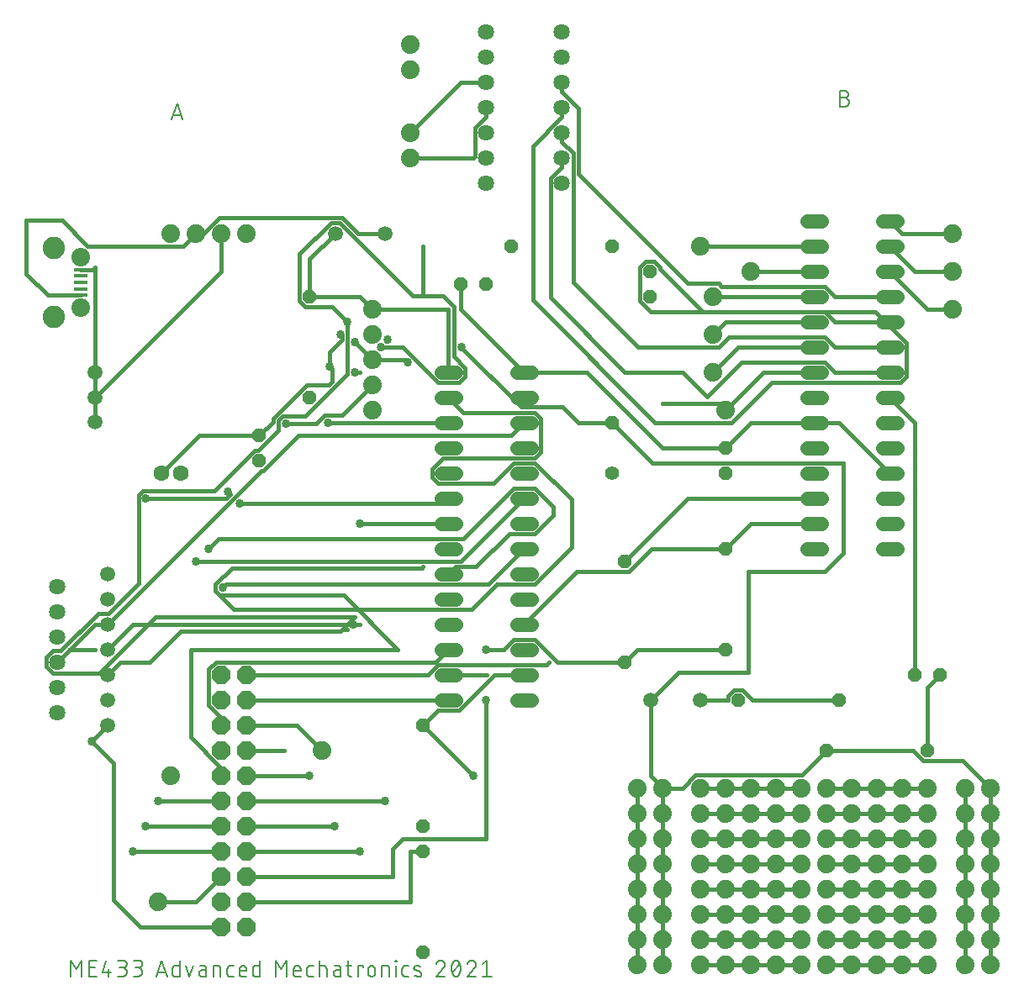
<source format=gbr>
G04 EAGLE Gerber RS-274X export*
G75*
%MOMM*%
%FSLAX34Y34*%
%LPD*%
%INTop Copper*%
%IPPOS*%
%AMOC8*
5,1,8,0,0,1.08239X$1,22.5*%
G01*
%ADD10C,0.152400*%
%ADD11C,1.422400*%
%ADD12R,1.350000X0.400000*%
%ADD13C,1.875000*%
%ADD14C,2.250000*%
%ADD15C,1.600000*%
%ADD16C,1.509600*%
%ADD17C,1.879600*%
%ADD18P,1.539592X8X22.500000*%
%ADD19P,1.539592X8X112.500000*%
%ADD20P,1.539592X8X292.500000*%
%ADD21C,1.422400*%
%ADD22C,1.629600*%
%ADD23P,1.539592X8X202.500000*%
%ADD24P,2.034460X8X112.500000*%
%ADD25C,0.406400*%
%ADD26C,0.858000*%
%ADD27C,0.406400*%


D10*
X153162Y877062D02*
X158581Y893318D01*
X163999Y877062D01*
X162645Y881126D02*
X154517Y881126D01*
X826262Y898793D02*
X830778Y898793D01*
X830778Y898794D02*
X830911Y898792D01*
X831043Y898786D01*
X831175Y898776D01*
X831307Y898763D01*
X831439Y898745D01*
X831569Y898724D01*
X831700Y898699D01*
X831829Y898670D01*
X831957Y898637D01*
X832085Y898601D01*
X832211Y898561D01*
X832336Y898517D01*
X832460Y898469D01*
X832582Y898418D01*
X832703Y898363D01*
X832822Y898305D01*
X832940Y898243D01*
X833055Y898178D01*
X833169Y898109D01*
X833280Y898038D01*
X833389Y897962D01*
X833496Y897884D01*
X833601Y897803D01*
X833703Y897718D01*
X833803Y897631D01*
X833900Y897541D01*
X833995Y897448D01*
X834086Y897352D01*
X834175Y897254D01*
X834261Y897153D01*
X834344Y897049D01*
X834424Y896943D01*
X834500Y896835D01*
X834574Y896725D01*
X834644Y896612D01*
X834711Y896498D01*
X834774Y896381D01*
X834834Y896263D01*
X834891Y896143D01*
X834944Y896021D01*
X834993Y895898D01*
X835039Y895774D01*
X835081Y895648D01*
X835119Y895521D01*
X835154Y895393D01*
X835185Y895264D01*
X835212Y895135D01*
X835235Y895004D01*
X835255Y894873D01*
X835270Y894741D01*
X835282Y894609D01*
X835290Y894477D01*
X835294Y894344D01*
X835294Y894212D01*
X835290Y894079D01*
X835282Y893947D01*
X835270Y893815D01*
X835255Y893683D01*
X835235Y893552D01*
X835212Y893421D01*
X835185Y893292D01*
X835154Y893163D01*
X835119Y893035D01*
X835081Y892908D01*
X835039Y892782D01*
X834993Y892658D01*
X834944Y892535D01*
X834891Y892413D01*
X834834Y892293D01*
X834774Y892175D01*
X834711Y892058D01*
X834644Y891944D01*
X834574Y891831D01*
X834500Y891721D01*
X834424Y891613D01*
X834344Y891507D01*
X834261Y891403D01*
X834175Y891302D01*
X834086Y891204D01*
X833995Y891108D01*
X833900Y891015D01*
X833803Y890925D01*
X833703Y890838D01*
X833601Y890753D01*
X833496Y890672D01*
X833389Y890594D01*
X833280Y890518D01*
X833169Y890447D01*
X833055Y890378D01*
X832940Y890313D01*
X832822Y890251D01*
X832703Y890193D01*
X832582Y890138D01*
X832460Y890087D01*
X832336Y890039D01*
X832211Y889995D01*
X832085Y889955D01*
X831957Y889919D01*
X831829Y889886D01*
X831700Y889857D01*
X831569Y889832D01*
X831439Y889811D01*
X831307Y889793D01*
X831175Y889780D01*
X831043Y889770D01*
X830911Y889764D01*
X830778Y889762D01*
X826262Y889762D01*
X826262Y906018D01*
X830778Y906018D01*
X830897Y906016D01*
X831017Y906010D01*
X831136Y906000D01*
X831254Y905986D01*
X831373Y905969D01*
X831490Y905947D01*
X831607Y905922D01*
X831722Y905892D01*
X831837Y905859D01*
X831951Y905822D01*
X832063Y905782D01*
X832174Y905737D01*
X832283Y905689D01*
X832391Y905638D01*
X832497Y905583D01*
X832601Y905524D01*
X832703Y905462D01*
X832803Y905397D01*
X832901Y905328D01*
X832997Y905256D01*
X833090Y905181D01*
X833180Y905104D01*
X833268Y905023D01*
X833353Y904939D01*
X833435Y904852D01*
X833515Y904763D01*
X833591Y904671D01*
X833665Y904577D01*
X833735Y904480D01*
X833802Y904382D01*
X833866Y904281D01*
X833926Y904177D01*
X833983Y904072D01*
X834036Y903965D01*
X834086Y903857D01*
X834132Y903747D01*
X834174Y903635D01*
X834213Y903522D01*
X834248Y903408D01*
X834279Y903293D01*
X834307Y903176D01*
X834330Y903059D01*
X834350Y902942D01*
X834366Y902823D01*
X834378Y902704D01*
X834386Y902585D01*
X834390Y902466D01*
X834390Y902346D01*
X834386Y902227D01*
X834378Y902108D01*
X834366Y901989D01*
X834350Y901870D01*
X834330Y901753D01*
X834307Y901636D01*
X834279Y901519D01*
X834248Y901404D01*
X834213Y901290D01*
X834174Y901177D01*
X834132Y901065D01*
X834086Y900955D01*
X834036Y900847D01*
X833983Y900740D01*
X833926Y900635D01*
X833866Y900531D01*
X833802Y900430D01*
X833735Y900332D01*
X833665Y900235D01*
X833591Y900141D01*
X833515Y900049D01*
X833435Y899960D01*
X833353Y899873D01*
X833268Y899789D01*
X833180Y899708D01*
X833090Y899631D01*
X832997Y899556D01*
X832901Y899484D01*
X832803Y899415D01*
X832703Y899350D01*
X832601Y899288D01*
X832497Y899229D01*
X832391Y899174D01*
X832283Y899123D01*
X832174Y899075D01*
X832063Y899030D01*
X831951Y898990D01*
X831837Y898953D01*
X831722Y898920D01*
X831607Y898890D01*
X831490Y898865D01*
X831373Y898843D01*
X831254Y898826D01*
X831136Y898812D01*
X831017Y898802D01*
X830897Y898796D01*
X830778Y898794D01*
X51562Y29718D02*
X51562Y13462D01*
X56981Y20687D02*
X51562Y29718D01*
X56981Y20687D02*
X62399Y29718D01*
X62399Y13462D01*
X70210Y13462D02*
X77435Y13462D01*
X70210Y13462D02*
X70210Y29718D01*
X77435Y29718D01*
X75629Y22493D02*
X70210Y22493D01*
X83207Y17074D02*
X86819Y29718D01*
X83207Y17074D02*
X92238Y17074D01*
X89528Y13462D02*
X89528Y20687D01*
X98838Y13462D02*
X103353Y13462D01*
X103486Y13464D01*
X103618Y13470D01*
X103750Y13480D01*
X103882Y13493D01*
X104014Y13511D01*
X104144Y13532D01*
X104275Y13557D01*
X104404Y13586D01*
X104532Y13619D01*
X104660Y13655D01*
X104786Y13695D01*
X104911Y13739D01*
X105035Y13787D01*
X105157Y13838D01*
X105278Y13893D01*
X105397Y13951D01*
X105515Y14013D01*
X105630Y14078D01*
X105744Y14147D01*
X105855Y14218D01*
X105964Y14294D01*
X106071Y14372D01*
X106176Y14453D01*
X106278Y14538D01*
X106378Y14625D01*
X106475Y14715D01*
X106570Y14808D01*
X106661Y14904D01*
X106750Y15002D01*
X106836Y15103D01*
X106919Y15207D01*
X106999Y15313D01*
X107075Y15421D01*
X107149Y15531D01*
X107219Y15644D01*
X107286Y15758D01*
X107349Y15875D01*
X107409Y15993D01*
X107466Y16113D01*
X107519Y16235D01*
X107568Y16358D01*
X107614Y16482D01*
X107656Y16608D01*
X107694Y16735D01*
X107729Y16863D01*
X107760Y16992D01*
X107787Y17121D01*
X107810Y17252D01*
X107830Y17383D01*
X107845Y17515D01*
X107857Y17647D01*
X107865Y17779D01*
X107869Y17912D01*
X107869Y18044D01*
X107865Y18177D01*
X107857Y18309D01*
X107845Y18441D01*
X107830Y18573D01*
X107810Y18704D01*
X107787Y18835D01*
X107760Y18964D01*
X107729Y19093D01*
X107694Y19221D01*
X107656Y19348D01*
X107614Y19474D01*
X107568Y19598D01*
X107519Y19721D01*
X107466Y19843D01*
X107409Y19963D01*
X107349Y20081D01*
X107286Y20198D01*
X107219Y20312D01*
X107149Y20425D01*
X107075Y20535D01*
X106999Y20643D01*
X106919Y20749D01*
X106836Y20853D01*
X106750Y20954D01*
X106661Y21052D01*
X106570Y21148D01*
X106475Y21241D01*
X106378Y21331D01*
X106278Y21418D01*
X106176Y21503D01*
X106071Y21584D01*
X105964Y21662D01*
X105855Y21738D01*
X105744Y21809D01*
X105630Y21878D01*
X105515Y21943D01*
X105397Y22005D01*
X105278Y22063D01*
X105157Y22118D01*
X105035Y22169D01*
X104911Y22217D01*
X104786Y22261D01*
X104660Y22301D01*
X104532Y22337D01*
X104404Y22370D01*
X104275Y22399D01*
X104144Y22424D01*
X104014Y22445D01*
X103882Y22463D01*
X103750Y22476D01*
X103618Y22486D01*
X103486Y22492D01*
X103353Y22494D01*
X104256Y29718D02*
X98838Y29718D01*
X104256Y29718D02*
X104375Y29716D01*
X104495Y29710D01*
X104614Y29700D01*
X104732Y29686D01*
X104851Y29669D01*
X104968Y29647D01*
X105085Y29622D01*
X105200Y29592D01*
X105315Y29559D01*
X105429Y29522D01*
X105541Y29482D01*
X105652Y29437D01*
X105761Y29389D01*
X105869Y29338D01*
X105975Y29283D01*
X106079Y29224D01*
X106181Y29162D01*
X106281Y29097D01*
X106379Y29028D01*
X106475Y28956D01*
X106568Y28881D01*
X106658Y28804D01*
X106746Y28723D01*
X106831Y28639D01*
X106913Y28552D01*
X106993Y28463D01*
X107069Y28371D01*
X107143Y28277D01*
X107213Y28180D01*
X107280Y28082D01*
X107344Y27981D01*
X107404Y27877D01*
X107461Y27772D01*
X107514Y27665D01*
X107564Y27557D01*
X107610Y27447D01*
X107652Y27335D01*
X107691Y27222D01*
X107726Y27108D01*
X107757Y26993D01*
X107785Y26876D01*
X107808Y26759D01*
X107828Y26642D01*
X107844Y26523D01*
X107856Y26404D01*
X107864Y26285D01*
X107868Y26166D01*
X107868Y26046D01*
X107864Y25927D01*
X107856Y25808D01*
X107844Y25689D01*
X107828Y25570D01*
X107808Y25453D01*
X107785Y25336D01*
X107757Y25219D01*
X107726Y25104D01*
X107691Y24990D01*
X107652Y24877D01*
X107610Y24765D01*
X107564Y24655D01*
X107514Y24547D01*
X107461Y24440D01*
X107404Y24335D01*
X107344Y24231D01*
X107280Y24130D01*
X107213Y24032D01*
X107143Y23935D01*
X107069Y23841D01*
X106993Y23749D01*
X106913Y23660D01*
X106831Y23573D01*
X106746Y23489D01*
X106658Y23408D01*
X106568Y23331D01*
X106475Y23256D01*
X106379Y23184D01*
X106281Y23115D01*
X106181Y23050D01*
X106079Y22988D01*
X105975Y22929D01*
X105869Y22874D01*
X105761Y22823D01*
X105652Y22775D01*
X105541Y22730D01*
X105429Y22690D01*
X105315Y22653D01*
X105200Y22620D01*
X105085Y22590D01*
X104968Y22565D01*
X104851Y22543D01*
X104732Y22526D01*
X104614Y22512D01*
X104495Y22502D01*
X104375Y22496D01*
X104256Y22494D01*
X104256Y22493D02*
X100644Y22493D01*
X114469Y13462D02*
X118985Y13462D01*
X119118Y13464D01*
X119250Y13470D01*
X119382Y13480D01*
X119514Y13493D01*
X119646Y13511D01*
X119776Y13532D01*
X119907Y13557D01*
X120036Y13586D01*
X120164Y13619D01*
X120292Y13655D01*
X120418Y13695D01*
X120543Y13739D01*
X120667Y13787D01*
X120789Y13838D01*
X120910Y13893D01*
X121029Y13951D01*
X121147Y14013D01*
X121262Y14078D01*
X121376Y14147D01*
X121487Y14218D01*
X121596Y14294D01*
X121703Y14372D01*
X121808Y14453D01*
X121910Y14538D01*
X122010Y14625D01*
X122107Y14715D01*
X122202Y14808D01*
X122293Y14904D01*
X122382Y15002D01*
X122468Y15103D01*
X122551Y15207D01*
X122631Y15313D01*
X122707Y15421D01*
X122781Y15531D01*
X122851Y15644D01*
X122918Y15758D01*
X122981Y15875D01*
X123041Y15993D01*
X123098Y16113D01*
X123151Y16235D01*
X123200Y16358D01*
X123246Y16482D01*
X123288Y16608D01*
X123326Y16735D01*
X123361Y16863D01*
X123392Y16992D01*
X123419Y17121D01*
X123442Y17252D01*
X123462Y17383D01*
X123477Y17515D01*
X123489Y17647D01*
X123497Y17779D01*
X123501Y17912D01*
X123501Y18044D01*
X123497Y18177D01*
X123489Y18309D01*
X123477Y18441D01*
X123462Y18573D01*
X123442Y18704D01*
X123419Y18835D01*
X123392Y18964D01*
X123361Y19093D01*
X123326Y19221D01*
X123288Y19348D01*
X123246Y19474D01*
X123200Y19598D01*
X123151Y19721D01*
X123098Y19843D01*
X123041Y19963D01*
X122981Y20081D01*
X122918Y20198D01*
X122851Y20312D01*
X122781Y20425D01*
X122707Y20535D01*
X122631Y20643D01*
X122551Y20749D01*
X122468Y20853D01*
X122382Y20954D01*
X122293Y21052D01*
X122202Y21148D01*
X122107Y21241D01*
X122010Y21331D01*
X121910Y21418D01*
X121808Y21503D01*
X121703Y21584D01*
X121596Y21662D01*
X121487Y21738D01*
X121376Y21809D01*
X121262Y21878D01*
X121147Y21943D01*
X121029Y22005D01*
X120910Y22063D01*
X120789Y22118D01*
X120667Y22169D01*
X120543Y22217D01*
X120418Y22261D01*
X120292Y22301D01*
X120164Y22337D01*
X120036Y22370D01*
X119907Y22399D01*
X119776Y22424D01*
X119646Y22445D01*
X119514Y22463D01*
X119382Y22476D01*
X119250Y22486D01*
X119118Y22492D01*
X118985Y22494D01*
X119888Y29718D02*
X114469Y29718D01*
X119888Y29718D02*
X120007Y29716D01*
X120127Y29710D01*
X120246Y29700D01*
X120364Y29686D01*
X120483Y29669D01*
X120600Y29647D01*
X120717Y29622D01*
X120832Y29592D01*
X120947Y29559D01*
X121061Y29522D01*
X121173Y29482D01*
X121284Y29437D01*
X121393Y29389D01*
X121501Y29338D01*
X121607Y29283D01*
X121711Y29224D01*
X121813Y29162D01*
X121913Y29097D01*
X122011Y29028D01*
X122107Y28956D01*
X122200Y28881D01*
X122290Y28804D01*
X122378Y28723D01*
X122463Y28639D01*
X122545Y28552D01*
X122625Y28463D01*
X122701Y28371D01*
X122775Y28277D01*
X122845Y28180D01*
X122912Y28082D01*
X122976Y27981D01*
X123036Y27877D01*
X123093Y27772D01*
X123146Y27665D01*
X123196Y27557D01*
X123242Y27447D01*
X123284Y27335D01*
X123323Y27222D01*
X123358Y27108D01*
X123389Y26993D01*
X123417Y26876D01*
X123440Y26759D01*
X123460Y26642D01*
X123476Y26523D01*
X123488Y26404D01*
X123496Y26285D01*
X123500Y26166D01*
X123500Y26046D01*
X123496Y25927D01*
X123488Y25808D01*
X123476Y25689D01*
X123460Y25570D01*
X123440Y25453D01*
X123417Y25336D01*
X123389Y25219D01*
X123358Y25104D01*
X123323Y24990D01*
X123284Y24877D01*
X123242Y24765D01*
X123196Y24655D01*
X123146Y24547D01*
X123093Y24440D01*
X123036Y24335D01*
X122976Y24231D01*
X122912Y24130D01*
X122845Y24032D01*
X122775Y23935D01*
X122701Y23841D01*
X122625Y23749D01*
X122545Y23660D01*
X122463Y23573D01*
X122378Y23489D01*
X122290Y23408D01*
X122200Y23331D01*
X122107Y23256D01*
X122011Y23184D01*
X121913Y23115D01*
X121813Y23050D01*
X121711Y22988D01*
X121607Y22929D01*
X121501Y22874D01*
X121393Y22823D01*
X121284Y22775D01*
X121173Y22730D01*
X121061Y22690D01*
X120947Y22653D01*
X120832Y22620D01*
X120717Y22590D01*
X120600Y22565D01*
X120483Y22543D01*
X120364Y22526D01*
X120246Y22512D01*
X120127Y22502D01*
X120007Y22496D01*
X119888Y22494D01*
X119888Y22493D02*
X116275Y22493D01*
X137534Y13462D02*
X142952Y29718D01*
X148371Y13462D01*
X147016Y17526D02*
X138888Y17526D01*
X161081Y13462D02*
X161081Y29718D01*
X161081Y13462D02*
X156565Y13462D01*
X156464Y13464D01*
X156363Y13470D01*
X156262Y13479D01*
X156161Y13492D01*
X156061Y13509D01*
X155962Y13530D01*
X155864Y13554D01*
X155767Y13582D01*
X155670Y13614D01*
X155575Y13649D01*
X155482Y13688D01*
X155390Y13730D01*
X155299Y13776D01*
X155211Y13825D01*
X155124Y13877D01*
X155039Y13933D01*
X154956Y13991D01*
X154876Y14053D01*
X154798Y14118D01*
X154722Y14185D01*
X154649Y14255D01*
X154579Y14328D01*
X154512Y14404D01*
X154447Y14482D01*
X154385Y14562D01*
X154327Y14645D01*
X154271Y14730D01*
X154219Y14816D01*
X154170Y14905D01*
X154124Y14996D01*
X154082Y15088D01*
X154043Y15181D01*
X154008Y15276D01*
X153976Y15373D01*
X153948Y15470D01*
X153924Y15568D01*
X153903Y15667D01*
X153886Y15767D01*
X153873Y15868D01*
X153864Y15969D01*
X153858Y16070D01*
X153856Y16171D01*
X153856Y21590D01*
X153858Y21691D01*
X153864Y21792D01*
X153873Y21893D01*
X153886Y21994D01*
X153903Y22094D01*
X153924Y22193D01*
X153948Y22291D01*
X153976Y22388D01*
X154008Y22485D01*
X154043Y22580D01*
X154082Y22673D01*
X154124Y22765D01*
X154170Y22856D01*
X154219Y22944D01*
X154271Y23031D01*
X154327Y23116D01*
X154385Y23199D01*
X154447Y23279D01*
X154512Y23357D01*
X154579Y23433D01*
X154649Y23506D01*
X154722Y23576D01*
X154798Y23643D01*
X154876Y23708D01*
X154956Y23770D01*
X155039Y23828D01*
X155124Y23884D01*
X155211Y23936D01*
X155299Y23985D01*
X155390Y24031D01*
X155482Y24073D01*
X155575Y24112D01*
X155670Y24147D01*
X155767Y24179D01*
X155864Y24207D01*
X155962Y24231D01*
X156061Y24252D01*
X156161Y24269D01*
X156262Y24282D01*
X156363Y24291D01*
X156464Y24297D01*
X156565Y24299D01*
X161081Y24299D01*
X167476Y24299D02*
X171089Y13462D01*
X174701Y24299D01*
X183590Y19784D02*
X187654Y19784D01*
X183590Y19784D02*
X183478Y19782D01*
X183367Y19776D01*
X183256Y19766D01*
X183145Y19753D01*
X183035Y19735D01*
X182926Y19713D01*
X182817Y19688D01*
X182709Y19659D01*
X182603Y19626D01*
X182497Y19589D01*
X182393Y19549D01*
X182291Y19505D01*
X182190Y19457D01*
X182091Y19406D01*
X181993Y19351D01*
X181898Y19293D01*
X181805Y19232D01*
X181714Y19167D01*
X181625Y19099D01*
X181539Y19028D01*
X181456Y18955D01*
X181375Y18878D01*
X181296Y18798D01*
X181221Y18716D01*
X181149Y18631D01*
X181079Y18544D01*
X181013Y18454D01*
X180950Y18362D01*
X180890Y18267D01*
X180834Y18171D01*
X180781Y18073D01*
X180732Y17973D01*
X180686Y17871D01*
X180644Y17768D01*
X180605Y17663D01*
X180570Y17557D01*
X180539Y17450D01*
X180512Y17342D01*
X180488Y17233D01*
X180469Y17123D01*
X180453Y17013D01*
X180441Y16902D01*
X180433Y16790D01*
X180429Y16679D01*
X180429Y16567D01*
X180433Y16456D01*
X180441Y16344D01*
X180453Y16233D01*
X180469Y16123D01*
X180488Y16013D01*
X180512Y15904D01*
X180539Y15796D01*
X180570Y15689D01*
X180605Y15583D01*
X180644Y15478D01*
X180686Y15375D01*
X180732Y15273D01*
X180781Y15173D01*
X180834Y15075D01*
X180890Y14979D01*
X180950Y14884D01*
X181013Y14792D01*
X181079Y14702D01*
X181149Y14615D01*
X181221Y14530D01*
X181296Y14448D01*
X181375Y14368D01*
X181456Y14291D01*
X181539Y14218D01*
X181625Y14147D01*
X181714Y14079D01*
X181805Y14014D01*
X181898Y13953D01*
X181993Y13895D01*
X182091Y13840D01*
X182190Y13789D01*
X182291Y13741D01*
X182393Y13697D01*
X182497Y13657D01*
X182603Y13620D01*
X182709Y13587D01*
X182817Y13558D01*
X182926Y13533D01*
X183035Y13511D01*
X183145Y13493D01*
X183256Y13480D01*
X183367Y13470D01*
X183478Y13464D01*
X183590Y13462D01*
X187654Y13462D01*
X187654Y21590D01*
X187653Y21590D02*
X187651Y21691D01*
X187645Y21792D01*
X187636Y21893D01*
X187623Y21994D01*
X187606Y22094D01*
X187585Y22193D01*
X187561Y22291D01*
X187533Y22388D01*
X187501Y22485D01*
X187466Y22580D01*
X187427Y22673D01*
X187385Y22765D01*
X187339Y22856D01*
X187290Y22945D01*
X187238Y23031D01*
X187182Y23116D01*
X187124Y23199D01*
X187062Y23279D01*
X186997Y23357D01*
X186930Y23433D01*
X186860Y23506D01*
X186787Y23576D01*
X186711Y23643D01*
X186633Y23708D01*
X186553Y23770D01*
X186470Y23828D01*
X186385Y23884D01*
X186299Y23936D01*
X186210Y23985D01*
X186119Y24031D01*
X186027Y24073D01*
X185934Y24112D01*
X185839Y24147D01*
X185742Y24179D01*
X185645Y24207D01*
X185547Y24231D01*
X185448Y24252D01*
X185348Y24269D01*
X185247Y24282D01*
X185146Y24291D01*
X185045Y24297D01*
X184944Y24299D01*
X181332Y24299D01*
X195091Y24299D02*
X195091Y13462D01*
X195091Y24299D02*
X199607Y24299D01*
X199711Y24297D01*
X199814Y24291D01*
X199918Y24281D01*
X200021Y24267D01*
X200123Y24249D01*
X200224Y24228D01*
X200325Y24202D01*
X200424Y24173D01*
X200523Y24140D01*
X200620Y24103D01*
X200715Y24062D01*
X200809Y24018D01*
X200901Y23970D01*
X200991Y23919D01*
X201080Y23864D01*
X201166Y23806D01*
X201249Y23744D01*
X201331Y23680D01*
X201409Y23612D01*
X201485Y23542D01*
X201559Y23469D01*
X201629Y23392D01*
X201697Y23314D01*
X201761Y23232D01*
X201823Y23149D01*
X201881Y23063D01*
X201936Y22974D01*
X201987Y22884D01*
X202035Y22792D01*
X202079Y22698D01*
X202120Y22603D01*
X202157Y22506D01*
X202190Y22407D01*
X202219Y22308D01*
X202245Y22207D01*
X202266Y22106D01*
X202284Y22004D01*
X202298Y21901D01*
X202308Y21797D01*
X202314Y21694D01*
X202316Y21590D01*
X202316Y13462D01*
X211886Y13462D02*
X215499Y13462D01*
X211886Y13462D02*
X211785Y13464D01*
X211684Y13470D01*
X211583Y13479D01*
X211482Y13492D01*
X211382Y13509D01*
X211283Y13530D01*
X211185Y13554D01*
X211088Y13582D01*
X210991Y13614D01*
X210896Y13649D01*
X210803Y13688D01*
X210711Y13730D01*
X210620Y13776D01*
X210532Y13825D01*
X210445Y13877D01*
X210360Y13933D01*
X210277Y13991D01*
X210197Y14053D01*
X210119Y14118D01*
X210043Y14185D01*
X209970Y14255D01*
X209900Y14328D01*
X209833Y14404D01*
X209768Y14482D01*
X209706Y14562D01*
X209648Y14645D01*
X209592Y14730D01*
X209540Y14816D01*
X209491Y14905D01*
X209445Y14996D01*
X209403Y15088D01*
X209364Y15181D01*
X209329Y15276D01*
X209297Y15373D01*
X209269Y15470D01*
X209245Y15568D01*
X209224Y15667D01*
X209207Y15767D01*
X209194Y15868D01*
X209185Y15969D01*
X209179Y16070D01*
X209177Y16171D01*
X209177Y21590D01*
X209179Y21691D01*
X209185Y21792D01*
X209194Y21893D01*
X209207Y21994D01*
X209224Y22094D01*
X209245Y22193D01*
X209269Y22291D01*
X209297Y22388D01*
X209329Y22485D01*
X209364Y22580D01*
X209403Y22673D01*
X209445Y22765D01*
X209491Y22856D01*
X209540Y22944D01*
X209592Y23031D01*
X209648Y23116D01*
X209706Y23199D01*
X209768Y23279D01*
X209833Y23357D01*
X209900Y23433D01*
X209970Y23506D01*
X210043Y23576D01*
X210119Y23643D01*
X210197Y23708D01*
X210277Y23770D01*
X210360Y23828D01*
X210445Y23884D01*
X210532Y23936D01*
X210620Y23985D01*
X210711Y24031D01*
X210803Y24073D01*
X210896Y24112D01*
X210991Y24147D01*
X211088Y24179D01*
X211185Y24207D01*
X211283Y24231D01*
X211382Y24252D01*
X211482Y24269D01*
X211583Y24282D01*
X211684Y24291D01*
X211785Y24297D01*
X211886Y24299D01*
X215499Y24299D01*
X223853Y13462D02*
X228368Y13462D01*
X223853Y13462D02*
X223752Y13464D01*
X223651Y13470D01*
X223550Y13479D01*
X223449Y13492D01*
X223349Y13509D01*
X223250Y13530D01*
X223152Y13554D01*
X223055Y13582D01*
X222958Y13614D01*
X222863Y13649D01*
X222770Y13688D01*
X222678Y13730D01*
X222587Y13776D01*
X222499Y13825D01*
X222412Y13877D01*
X222327Y13933D01*
X222244Y13991D01*
X222164Y14053D01*
X222086Y14118D01*
X222010Y14185D01*
X221937Y14255D01*
X221867Y14328D01*
X221800Y14404D01*
X221735Y14482D01*
X221673Y14562D01*
X221615Y14645D01*
X221559Y14730D01*
X221507Y14816D01*
X221458Y14905D01*
X221412Y14996D01*
X221370Y15088D01*
X221331Y15181D01*
X221296Y15276D01*
X221264Y15373D01*
X221236Y15470D01*
X221212Y15568D01*
X221191Y15667D01*
X221174Y15767D01*
X221161Y15868D01*
X221152Y15969D01*
X221146Y16070D01*
X221144Y16171D01*
X221143Y16171D02*
X221143Y20687D01*
X221144Y20687D02*
X221146Y20806D01*
X221152Y20926D01*
X221162Y21045D01*
X221176Y21163D01*
X221193Y21282D01*
X221215Y21399D01*
X221240Y21516D01*
X221270Y21631D01*
X221303Y21746D01*
X221340Y21860D01*
X221380Y21972D01*
X221425Y22083D01*
X221473Y22192D01*
X221524Y22300D01*
X221579Y22406D01*
X221638Y22510D01*
X221700Y22612D01*
X221765Y22712D01*
X221834Y22810D01*
X221906Y22906D01*
X221981Y22999D01*
X222058Y23089D01*
X222139Y23177D01*
X222223Y23262D01*
X222310Y23344D01*
X222399Y23424D01*
X222491Y23500D01*
X222585Y23574D01*
X222682Y23644D01*
X222780Y23711D01*
X222881Y23775D01*
X222985Y23835D01*
X223090Y23892D01*
X223197Y23945D01*
X223305Y23995D01*
X223415Y24041D01*
X223527Y24083D01*
X223640Y24122D01*
X223754Y24157D01*
X223869Y24188D01*
X223986Y24216D01*
X224103Y24239D01*
X224220Y24259D01*
X224339Y24275D01*
X224458Y24287D01*
X224577Y24295D01*
X224696Y24299D01*
X224816Y24299D01*
X224935Y24295D01*
X225054Y24287D01*
X225173Y24275D01*
X225292Y24259D01*
X225409Y24239D01*
X225526Y24216D01*
X225643Y24188D01*
X225758Y24157D01*
X225872Y24122D01*
X225985Y24083D01*
X226097Y24041D01*
X226207Y23995D01*
X226315Y23945D01*
X226422Y23892D01*
X226527Y23835D01*
X226631Y23775D01*
X226732Y23711D01*
X226830Y23644D01*
X226927Y23574D01*
X227021Y23500D01*
X227113Y23424D01*
X227202Y23344D01*
X227289Y23262D01*
X227373Y23177D01*
X227454Y23089D01*
X227531Y22999D01*
X227606Y22906D01*
X227678Y22810D01*
X227747Y22712D01*
X227812Y22612D01*
X227874Y22510D01*
X227933Y22406D01*
X227988Y22300D01*
X228039Y22192D01*
X228087Y22083D01*
X228132Y21972D01*
X228172Y21860D01*
X228209Y21746D01*
X228242Y21631D01*
X228272Y21516D01*
X228297Y21399D01*
X228319Y21282D01*
X228336Y21163D01*
X228350Y21045D01*
X228360Y20926D01*
X228366Y20806D01*
X228368Y20687D01*
X228368Y18881D01*
X221143Y18881D01*
X241842Y13462D02*
X241842Y29718D01*
X241842Y13462D02*
X237326Y13462D01*
X237225Y13464D01*
X237124Y13470D01*
X237023Y13479D01*
X236922Y13492D01*
X236822Y13509D01*
X236723Y13530D01*
X236625Y13554D01*
X236528Y13582D01*
X236431Y13614D01*
X236336Y13649D01*
X236243Y13688D01*
X236151Y13730D01*
X236060Y13776D01*
X235972Y13825D01*
X235885Y13877D01*
X235800Y13933D01*
X235717Y13991D01*
X235637Y14053D01*
X235559Y14118D01*
X235483Y14185D01*
X235410Y14255D01*
X235340Y14328D01*
X235273Y14404D01*
X235208Y14482D01*
X235146Y14562D01*
X235088Y14645D01*
X235032Y14730D01*
X234980Y14816D01*
X234931Y14905D01*
X234885Y14996D01*
X234843Y15088D01*
X234804Y15181D01*
X234769Y15276D01*
X234737Y15373D01*
X234709Y15470D01*
X234685Y15568D01*
X234664Y15667D01*
X234647Y15767D01*
X234634Y15868D01*
X234625Y15969D01*
X234619Y16070D01*
X234617Y16171D01*
X234617Y21590D01*
X234619Y21691D01*
X234625Y21792D01*
X234634Y21893D01*
X234647Y21994D01*
X234664Y22094D01*
X234685Y22193D01*
X234709Y22291D01*
X234737Y22388D01*
X234769Y22485D01*
X234804Y22580D01*
X234843Y22673D01*
X234885Y22765D01*
X234931Y22856D01*
X234980Y22944D01*
X235032Y23031D01*
X235088Y23116D01*
X235146Y23199D01*
X235208Y23279D01*
X235273Y23357D01*
X235340Y23433D01*
X235410Y23506D01*
X235483Y23576D01*
X235559Y23643D01*
X235637Y23708D01*
X235717Y23770D01*
X235800Y23828D01*
X235885Y23884D01*
X235972Y23936D01*
X236060Y23985D01*
X236151Y24031D01*
X236243Y24073D01*
X236336Y24112D01*
X236431Y24147D01*
X236528Y24179D01*
X236625Y24207D01*
X236723Y24231D01*
X236822Y24252D01*
X236922Y24269D01*
X237023Y24282D01*
X237124Y24291D01*
X237225Y24297D01*
X237326Y24299D01*
X241842Y24299D01*
X257894Y29718D02*
X257894Y13462D01*
X263313Y20687D02*
X257894Y29718D01*
X263313Y20687D02*
X268731Y29718D01*
X268731Y13462D01*
X278562Y13462D02*
X283077Y13462D01*
X278562Y13462D02*
X278461Y13464D01*
X278360Y13470D01*
X278259Y13479D01*
X278158Y13492D01*
X278058Y13509D01*
X277959Y13530D01*
X277861Y13554D01*
X277764Y13582D01*
X277667Y13614D01*
X277572Y13649D01*
X277479Y13688D01*
X277387Y13730D01*
X277296Y13776D01*
X277208Y13825D01*
X277121Y13877D01*
X277036Y13933D01*
X276953Y13991D01*
X276873Y14053D01*
X276795Y14118D01*
X276719Y14185D01*
X276646Y14255D01*
X276576Y14328D01*
X276509Y14404D01*
X276444Y14482D01*
X276382Y14562D01*
X276324Y14645D01*
X276268Y14730D01*
X276216Y14816D01*
X276167Y14905D01*
X276121Y14996D01*
X276079Y15088D01*
X276040Y15181D01*
X276005Y15276D01*
X275973Y15373D01*
X275945Y15470D01*
X275921Y15568D01*
X275900Y15667D01*
X275883Y15767D01*
X275870Y15868D01*
X275861Y15969D01*
X275855Y16070D01*
X275853Y16171D01*
X275853Y20687D01*
X275855Y20806D01*
X275861Y20926D01*
X275871Y21045D01*
X275885Y21163D01*
X275902Y21282D01*
X275924Y21399D01*
X275949Y21516D01*
X275979Y21631D01*
X276012Y21746D01*
X276049Y21860D01*
X276089Y21972D01*
X276134Y22083D01*
X276182Y22192D01*
X276233Y22300D01*
X276288Y22406D01*
X276347Y22510D01*
X276409Y22612D01*
X276474Y22712D01*
X276543Y22810D01*
X276615Y22906D01*
X276690Y22999D01*
X276767Y23089D01*
X276848Y23177D01*
X276932Y23262D01*
X277019Y23344D01*
X277108Y23424D01*
X277200Y23500D01*
X277294Y23574D01*
X277391Y23644D01*
X277489Y23711D01*
X277590Y23775D01*
X277694Y23835D01*
X277799Y23892D01*
X277906Y23945D01*
X278014Y23995D01*
X278124Y24041D01*
X278236Y24083D01*
X278349Y24122D01*
X278463Y24157D01*
X278578Y24188D01*
X278695Y24216D01*
X278812Y24239D01*
X278929Y24259D01*
X279048Y24275D01*
X279167Y24287D01*
X279286Y24295D01*
X279405Y24299D01*
X279525Y24299D01*
X279644Y24295D01*
X279763Y24287D01*
X279882Y24275D01*
X280001Y24259D01*
X280118Y24239D01*
X280235Y24216D01*
X280352Y24188D01*
X280467Y24157D01*
X280581Y24122D01*
X280694Y24083D01*
X280806Y24041D01*
X280916Y23995D01*
X281024Y23945D01*
X281131Y23892D01*
X281236Y23835D01*
X281340Y23775D01*
X281441Y23711D01*
X281539Y23644D01*
X281636Y23574D01*
X281730Y23500D01*
X281822Y23424D01*
X281911Y23344D01*
X281998Y23262D01*
X282082Y23177D01*
X282163Y23089D01*
X282240Y22999D01*
X282315Y22906D01*
X282387Y22810D01*
X282456Y22712D01*
X282521Y22612D01*
X282583Y22510D01*
X282642Y22406D01*
X282697Y22300D01*
X282748Y22192D01*
X282796Y22083D01*
X282841Y21972D01*
X282881Y21860D01*
X282918Y21746D01*
X282951Y21631D01*
X282981Y21516D01*
X283006Y21399D01*
X283028Y21282D01*
X283045Y21163D01*
X283059Y21045D01*
X283069Y20926D01*
X283075Y20806D01*
X283077Y20687D01*
X283077Y18881D01*
X275853Y18881D01*
X292127Y13462D02*
X295739Y13462D01*
X292127Y13462D02*
X292026Y13464D01*
X291925Y13470D01*
X291824Y13479D01*
X291723Y13492D01*
X291623Y13509D01*
X291524Y13530D01*
X291426Y13554D01*
X291329Y13582D01*
X291232Y13614D01*
X291137Y13649D01*
X291044Y13688D01*
X290952Y13730D01*
X290861Y13776D01*
X290773Y13825D01*
X290686Y13877D01*
X290601Y13933D01*
X290518Y13991D01*
X290438Y14053D01*
X290360Y14118D01*
X290284Y14185D01*
X290211Y14255D01*
X290141Y14328D01*
X290074Y14404D01*
X290009Y14482D01*
X289947Y14562D01*
X289889Y14645D01*
X289833Y14730D01*
X289781Y14816D01*
X289732Y14905D01*
X289686Y14996D01*
X289644Y15088D01*
X289605Y15181D01*
X289570Y15276D01*
X289538Y15373D01*
X289510Y15470D01*
X289486Y15568D01*
X289465Y15667D01*
X289448Y15767D01*
X289435Y15868D01*
X289426Y15969D01*
X289420Y16070D01*
X289418Y16171D01*
X289417Y16171D02*
X289417Y21590D01*
X289418Y21590D02*
X289420Y21691D01*
X289426Y21792D01*
X289435Y21893D01*
X289448Y21994D01*
X289465Y22094D01*
X289486Y22193D01*
X289510Y22291D01*
X289538Y22388D01*
X289570Y22485D01*
X289605Y22580D01*
X289644Y22673D01*
X289686Y22765D01*
X289732Y22856D01*
X289781Y22944D01*
X289833Y23031D01*
X289889Y23116D01*
X289947Y23199D01*
X290009Y23279D01*
X290074Y23357D01*
X290141Y23433D01*
X290211Y23506D01*
X290284Y23576D01*
X290360Y23643D01*
X290438Y23708D01*
X290518Y23770D01*
X290601Y23828D01*
X290686Y23884D01*
X290773Y23936D01*
X290861Y23985D01*
X290952Y24031D01*
X291044Y24073D01*
X291137Y24112D01*
X291232Y24147D01*
X291329Y24179D01*
X291426Y24207D01*
X291524Y24231D01*
X291623Y24252D01*
X291723Y24269D01*
X291824Y24282D01*
X291925Y24291D01*
X292026Y24297D01*
X292127Y24299D01*
X295739Y24299D01*
X301905Y29718D02*
X301905Y13462D01*
X301905Y24299D02*
X306420Y24299D01*
X306524Y24297D01*
X306627Y24291D01*
X306731Y24281D01*
X306834Y24267D01*
X306936Y24249D01*
X307037Y24228D01*
X307138Y24202D01*
X307237Y24173D01*
X307336Y24140D01*
X307433Y24103D01*
X307528Y24062D01*
X307622Y24018D01*
X307714Y23970D01*
X307804Y23919D01*
X307893Y23864D01*
X307979Y23806D01*
X308062Y23744D01*
X308144Y23680D01*
X308222Y23612D01*
X308298Y23542D01*
X308372Y23469D01*
X308442Y23392D01*
X308510Y23314D01*
X308574Y23232D01*
X308636Y23149D01*
X308694Y23063D01*
X308749Y22974D01*
X308800Y22884D01*
X308848Y22792D01*
X308892Y22698D01*
X308933Y22603D01*
X308970Y22506D01*
X309003Y22407D01*
X309032Y22308D01*
X309058Y22207D01*
X309079Y22106D01*
X309097Y22004D01*
X309111Y21901D01*
X309121Y21797D01*
X309127Y21694D01*
X309129Y21590D01*
X309130Y21590D02*
X309130Y13462D01*
X319060Y19784D02*
X323124Y19784D01*
X319060Y19784D02*
X318948Y19782D01*
X318837Y19776D01*
X318726Y19766D01*
X318615Y19753D01*
X318505Y19735D01*
X318396Y19713D01*
X318287Y19688D01*
X318179Y19659D01*
X318073Y19626D01*
X317967Y19589D01*
X317863Y19549D01*
X317761Y19505D01*
X317660Y19457D01*
X317561Y19406D01*
X317463Y19351D01*
X317368Y19293D01*
X317275Y19232D01*
X317184Y19167D01*
X317095Y19099D01*
X317009Y19028D01*
X316926Y18955D01*
X316845Y18878D01*
X316766Y18798D01*
X316691Y18716D01*
X316619Y18631D01*
X316549Y18544D01*
X316483Y18454D01*
X316420Y18362D01*
X316360Y18267D01*
X316304Y18171D01*
X316251Y18073D01*
X316202Y17973D01*
X316156Y17871D01*
X316114Y17768D01*
X316075Y17663D01*
X316040Y17557D01*
X316009Y17450D01*
X315982Y17342D01*
X315958Y17233D01*
X315939Y17123D01*
X315923Y17013D01*
X315911Y16902D01*
X315903Y16790D01*
X315899Y16679D01*
X315899Y16567D01*
X315903Y16456D01*
X315911Y16344D01*
X315923Y16233D01*
X315939Y16123D01*
X315958Y16013D01*
X315982Y15904D01*
X316009Y15796D01*
X316040Y15689D01*
X316075Y15583D01*
X316114Y15478D01*
X316156Y15375D01*
X316202Y15273D01*
X316251Y15173D01*
X316304Y15075D01*
X316360Y14979D01*
X316420Y14884D01*
X316483Y14792D01*
X316549Y14702D01*
X316619Y14615D01*
X316691Y14530D01*
X316766Y14448D01*
X316845Y14368D01*
X316926Y14291D01*
X317009Y14218D01*
X317095Y14147D01*
X317184Y14079D01*
X317275Y14014D01*
X317368Y13953D01*
X317463Y13895D01*
X317561Y13840D01*
X317660Y13789D01*
X317761Y13741D01*
X317863Y13697D01*
X317967Y13657D01*
X318073Y13620D01*
X318179Y13587D01*
X318287Y13558D01*
X318396Y13533D01*
X318505Y13511D01*
X318615Y13493D01*
X318726Y13480D01*
X318837Y13470D01*
X318948Y13464D01*
X319060Y13462D01*
X323124Y13462D01*
X323124Y21590D01*
X323122Y21691D01*
X323116Y21792D01*
X323107Y21893D01*
X323094Y21994D01*
X323077Y22094D01*
X323056Y22193D01*
X323032Y22291D01*
X323004Y22388D01*
X322972Y22485D01*
X322937Y22580D01*
X322898Y22673D01*
X322856Y22765D01*
X322810Y22856D01*
X322761Y22945D01*
X322709Y23031D01*
X322653Y23116D01*
X322595Y23199D01*
X322533Y23279D01*
X322468Y23357D01*
X322401Y23433D01*
X322331Y23506D01*
X322258Y23576D01*
X322182Y23643D01*
X322104Y23708D01*
X322024Y23770D01*
X321941Y23828D01*
X321856Y23884D01*
X321770Y23936D01*
X321681Y23985D01*
X321590Y24031D01*
X321498Y24073D01*
X321405Y24112D01*
X321310Y24147D01*
X321213Y24179D01*
X321116Y24207D01*
X321018Y24231D01*
X320919Y24252D01*
X320819Y24269D01*
X320718Y24282D01*
X320617Y24291D01*
X320516Y24297D01*
X320415Y24299D01*
X316803Y24299D01*
X328744Y24299D02*
X334162Y24299D01*
X330550Y29718D02*
X330550Y16171D01*
X330552Y16070D01*
X330558Y15969D01*
X330567Y15868D01*
X330580Y15767D01*
X330597Y15667D01*
X330618Y15568D01*
X330642Y15470D01*
X330670Y15373D01*
X330702Y15276D01*
X330737Y15181D01*
X330776Y15088D01*
X330818Y14996D01*
X330864Y14905D01*
X330913Y14816D01*
X330965Y14730D01*
X331021Y14645D01*
X331079Y14562D01*
X331141Y14482D01*
X331206Y14404D01*
X331273Y14328D01*
X331343Y14255D01*
X331416Y14185D01*
X331492Y14118D01*
X331570Y14053D01*
X331650Y13991D01*
X331733Y13933D01*
X331818Y13877D01*
X331905Y13825D01*
X331993Y13776D01*
X332084Y13730D01*
X332176Y13688D01*
X332269Y13649D01*
X332364Y13614D01*
X332461Y13582D01*
X332558Y13554D01*
X332656Y13530D01*
X332755Y13509D01*
X332855Y13492D01*
X332956Y13479D01*
X333057Y13470D01*
X333158Y13464D01*
X333259Y13462D01*
X334162Y13462D01*
X340547Y13462D02*
X340547Y24299D01*
X345965Y24299D01*
X345965Y22493D01*
X350882Y20687D02*
X350882Y17074D01*
X350883Y20687D02*
X350885Y20806D01*
X350891Y20926D01*
X350901Y21045D01*
X350915Y21163D01*
X350932Y21282D01*
X350954Y21399D01*
X350979Y21516D01*
X351009Y21631D01*
X351042Y21746D01*
X351079Y21860D01*
X351119Y21972D01*
X351164Y22083D01*
X351212Y22192D01*
X351263Y22300D01*
X351318Y22406D01*
X351377Y22510D01*
X351439Y22612D01*
X351504Y22712D01*
X351573Y22810D01*
X351645Y22906D01*
X351720Y22999D01*
X351797Y23089D01*
X351878Y23177D01*
X351962Y23262D01*
X352049Y23344D01*
X352138Y23424D01*
X352230Y23500D01*
X352324Y23574D01*
X352421Y23644D01*
X352519Y23711D01*
X352620Y23775D01*
X352724Y23835D01*
X352829Y23892D01*
X352936Y23945D01*
X353044Y23995D01*
X353154Y24041D01*
X353266Y24083D01*
X353379Y24122D01*
X353493Y24157D01*
X353608Y24188D01*
X353725Y24216D01*
X353842Y24239D01*
X353959Y24259D01*
X354078Y24275D01*
X354197Y24287D01*
X354316Y24295D01*
X354435Y24299D01*
X354555Y24299D01*
X354674Y24295D01*
X354793Y24287D01*
X354912Y24275D01*
X355031Y24259D01*
X355148Y24239D01*
X355265Y24216D01*
X355382Y24188D01*
X355497Y24157D01*
X355611Y24122D01*
X355724Y24083D01*
X355836Y24041D01*
X355946Y23995D01*
X356054Y23945D01*
X356161Y23892D01*
X356266Y23835D01*
X356370Y23775D01*
X356471Y23711D01*
X356569Y23644D01*
X356666Y23574D01*
X356760Y23500D01*
X356852Y23424D01*
X356941Y23344D01*
X357028Y23262D01*
X357112Y23177D01*
X357193Y23089D01*
X357270Y22999D01*
X357345Y22906D01*
X357417Y22810D01*
X357486Y22712D01*
X357551Y22612D01*
X357613Y22510D01*
X357672Y22406D01*
X357727Y22300D01*
X357778Y22192D01*
X357826Y22083D01*
X357871Y21972D01*
X357911Y21860D01*
X357948Y21746D01*
X357981Y21631D01*
X358011Y21516D01*
X358036Y21399D01*
X358058Y21282D01*
X358075Y21163D01*
X358089Y21045D01*
X358099Y20926D01*
X358105Y20806D01*
X358107Y20687D01*
X358107Y17074D01*
X358105Y16955D01*
X358099Y16835D01*
X358089Y16716D01*
X358075Y16598D01*
X358058Y16479D01*
X358036Y16362D01*
X358011Y16245D01*
X357981Y16130D01*
X357948Y16015D01*
X357911Y15901D01*
X357871Y15789D01*
X357826Y15678D01*
X357778Y15569D01*
X357727Y15461D01*
X357672Y15355D01*
X357613Y15251D01*
X357551Y15149D01*
X357486Y15049D01*
X357417Y14951D01*
X357345Y14855D01*
X357270Y14762D01*
X357193Y14672D01*
X357112Y14584D01*
X357028Y14499D01*
X356941Y14417D01*
X356852Y14337D01*
X356760Y14261D01*
X356666Y14187D01*
X356569Y14117D01*
X356471Y14050D01*
X356370Y13986D01*
X356266Y13926D01*
X356161Y13869D01*
X356054Y13816D01*
X355946Y13766D01*
X355836Y13720D01*
X355724Y13678D01*
X355611Y13639D01*
X355497Y13604D01*
X355382Y13573D01*
X355265Y13545D01*
X355148Y13522D01*
X355031Y13502D01*
X354912Y13486D01*
X354793Y13474D01*
X354674Y13466D01*
X354555Y13462D01*
X354435Y13462D01*
X354316Y13466D01*
X354197Y13474D01*
X354078Y13486D01*
X353959Y13502D01*
X353842Y13522D01*
X353725Y13545D01*
X353608Y13573D01*
X353493Y13604D01*
X353379Y13639D01*
X353266Y13678D01*
X353154Y13720D01*
X353044Y13766D01*
X352936Y13816D01*
X352829Y13869D01*
X352724Y13926D01*
X352620Y13986D01*
X352519Y14050D01*
X352421Y14117D01*
X352324Y14187D01*
X352230Y14261D01*
X352138Y14337D01*
X352049Y14417D01*
X351962Y14499D01*
X351878Y14584D01*
X351797Y14672D01*
X351720Y14762D01*
X351645Y14855D01*
X351573Y14951D01*
X351504Y15049D01*
X351439Y15149D01*
X351377Y15251D01*
X351318Y15355D01*
X351263Y15461D01*
X351212Y15569D01*
X351164Y15678D01*
X351119Y15789D01*
X351079Y15901D01*
X351042Y16015D01*
X351009Y16130D01*
X350979Y16245D01*
X350954Y16362D01*
X350932Y16479D01*
X350915Y16598D01*
X350901Y16716D01*
X350891Y16835D01*
X350885Y16955D01*
X350883Y17074D01*
X364951Y13462D02*
X364951Y24299D01*
X369466Y24299D01*
X369570Y24297D01*
X369673Y24291D01*
X369777Y24281D01*
X369880Y24267D01*
X369982Y24249D01*
X370083Y24228D01*
X370184Y24202D01*
X370283Y24173D01*
X370382Y24140D01*
X370479Y24103D01*
X370574Y24062D01*
X370668Y24018D01*
X370760Y23970D01*
X370850Y23919D01*
X370939Y23864D01*
X371025Y23806D01*
X371108Y23744D01*
X371190Y23680D01*
X371268Y23612D01*
X371344Y23542D01*
X371418Y23469D01*
X371488Y23392D01*
X371556Y23314D01*
X371620Y23232D01*
X371682Y23149D01*
X371740Y23063D01*
X371795Y22974D01*
X371846Y22884D01*
X371894Y22792D01*
X371938Y22698D01*
X371979Y22603D01*
X372016Y22506D01*
X372049Y22407D01*
X372078Y22308D01*
X372104Y22207D01*
X372125Y22106D01*
X372143Y22004D01*
X372157Y21901D01*
X372167Y21797D01*
X372173Y21694D01*
X372175Y21590D01*
X372175Y13462D01*
X378984Y13462D02*
X378984Y24299D01*
X378532Y28815D02*
X378532Y29718D01*
X379435Y29718D01*
X379435Y28815D01*
X378532Y28815D01*
X387998Y13462D02*
X391610Y13462D01*
X387998Y13462D02*
X387897Y13464D01*
X387796Y13470D01*
X387695Y13479D01*
X387594Y13492D01*
X387494Y13509D01*
X387395Y13530D01*
X387297Y13554D01*
X387200Y13582D01*
X387103Y13614D01*
X387008Y13649D01*
X386915Y13688D01*
X386823Y13730D01*
X386732Y13776D01*
X386644Y13825D01*
X386557Y13877D01*
X386472Y13933D01*
X386389Y13991D01*
X386309Y14053D01*
X386231Y14118D01*
X386155Y14185D01*
X386082Y14255D01*
X386012Y14328D01*
X385945Y14404D01*
X385880Y14482D01*
X385818Y14562D01*
X385760Y14645D01*
X385704Y14730D01*
X385652Y14816D01*
X385603Y14905D01*
X385557Y14996D01*
X385515Y15088D01*
X385476Y15181D01*
X385441Y15276D01*
X385409Y15373D01*
X385381Y15470D01*
X385357Y15568D01*
X385336Y15667D01*
X385319Y15767D01*
X385306Y15868D01*
X385297Y15969D01*
X385291Y16070D01*
X385289Y16171D01*
X385289Y21590D01*
X385291Y21691D01*
X385297Y21792D01*
X385306Y21893D01*
X385319Y21994D01*
X385336Y22094D01*
X385357Y22193D01*
X385381Y22291D01*
X385409Y22388D01*
X385441Y22485D01*
X385476Y22580D01*
X385515Y22673D01*
X385557Y22765D01*
X385603Y22856D01*
X385652Y22944D01*
X385704Y23031D01*
X385760Y23116D01*
X385818Y23199D01*
X385880Y23279D01*
X385945Y23357D01*
X386012Y23433D01*
X386082Y23506D01*
X386155Y23576D01*
X386231Y23643D01*
X386309Y23708D01*
X386389Y23770D01*
X386472Y23828D01*
X386557Y23884D01*
X386644Y23936D01*
X386732Y23985D01*
X386823Y24031D01*
X386915Y24073D01*
X387008Y24112D01*
X387103Y24147D01*
X387200Y24179D01*
X387297Y24207D01*
X387395Y24231D01*
X387494Y24252D01*
X387594Y24269D01*
X387695Y24282D01*
X387796Y24291D01*
X387897Y24297D01*
X387998Y24299D01*
X391610Y24299D01*
X398610Y19784D02*
X403125Y17978D01*
X398609Y19784D02*
X398521Y19821D01*
X398435Y19862D01*
X398350Y19906D01*
X398267Y19954D01*
X398187Y20005D01*
X398108Y20059D01*
X398032Y20117D01*
X397958Y20177D01*
X397886Y20241D01*
X397818Y20307D01*
X397752Y20377D01*
X397689Y20448D01*
X397628Y20523D01*
X397571Y20599D01*
X397518Y20678D01*
X397467Y20759D01*
X397420Y20842D01*
X397376Y20927D01*
X397336Y21014D01*
X397299Y21102D01*
X397266Y21192D01*
X397236Y21283D01*
X397211Y21375D01*
X397189Y21468D01*
X397171Y21562D01*
X397156Y21656D01*
X397146Y21751D01*
X397140Y21847D01*
X397137Y21942D01*
X397138Y22038D01*
X397144Y22133D01*
X397153Y22229D01*
X397166Y22323D01*
X397182Y22417D01*
X397203Y22511D01*
X397228Y22603D01*
X397256Y22694D01*
X397288Y22784D01*
X397323Y22873D01*
X397362Y22960D01*
X397405Y23046D01*
X397451Y23130D01*
X397501Y23211D01*
X397553Y23291D01*
X397609Y23369D01*
X397669Y23444D01*
X397731Y23516D01*
X397796Y23586D01*
X397864Y23654D01*
X397934Y23718D01*
X398007Y23780D01*
X398083Y23838D01*
X398161Y23894D01*
X398241Y23946D01*
X398323Y23995D01*
X398407Y24040D01*
X398493Y24082D01*
X398580Y24121D01*
X398669Y24156D01*
X398760Y24187D01*
X398851Y24214D01*
X398944Y24238D01*
X399037Y24258D01*
X399131Y24274D01*
X399226Y24286D01*
X399321Y24295D01*
X399417Y24299D01*
X399512Y24300D01*
X399759Y24293D01*
X400005Y24281D01*
X400251Y24263D01*
X400497Y24238D01*
X400741Y24208D01*
X400985Y24172D01*
X401228Y24131D01*
X401470Y24083D01*
X401711Y24029D01*
X401950Y23970D01*
X402188Y23905D01*
X402424Y23834D01*
X402659Y23758D01*
X402892Y23676D01*
X403122Y23588D01*
X403350Y23495D01*
X403577Y23397D01*
X403126Y17977D02*
X403214Y17940D01*
X403300Y17899D01*
X403385Y17855D01*
X403468Y17807D01*
X403548Y17756D01*
X403627Y17702D01*
X403703Y17644D01*
X403777Y17584D01*
X403849Y17520D01*
X403917Y17454D01*
X403983Y17384D01*
X404046Y17313D01*
X404107Y17238D01*
X404164Y17162D01*
X404217Y17083D01*
X404268Y17002D01*
X404315Y16919D01*
X404359Y16834D01*
X404399Y16747D01*
X404436Y16659D01*
X404469Y16569D01*
X404499Y16478D01*
X404524Y16386D01*
X404546Y16293D01*
X404564Y16199D01*
X404579Y16105D01*
X404589Y16010D01*
X404595Y15914D01*
X404598Y15819D01*
X404597Y15723D01*
X404591Y15628D01*
X404582Y15532D01*
X404569Y15438D01*
X404553Y15344D01*
X404532Y15250D01*
X404507Y15158D01*
X404479Y15067D01*
X404447Y14977D01*
X404412Y14888D01*
X404373Y14801D01*
X404330Y14715D01*
X404284Y14631D01*
X404234Y14550D01*
X404182Y14470D01*
X404126Y14392D01*
X404066Y14317D01*
X404004Y14245D01*
X403939Y14175D01*
X403871Y14107D01*
X403801Y14043D01*
X403728Y13981D01*
X403652Y13923D01*
X403574Y13867D01*
X403494Y13815D01*
X403412Y13766D01*
X403328Y13721D01*
X403242Y13679D01*
X403155Y13640D01*
X403066Y13605D01*
X402975Y13574D01*
X402884Y13547D01*
X402791Y13523D01*
X402698Y13503D01*
X402604Y13487D01*
X402509Y13475D01*
X402414Y13466D01*
X402318Y13462D01*
X402223Y13461D01*
X402222Y13462D02*
X401860Y13471D01*
X401498Y13489D01*
X401137Y13516D01*
X400777Y13551D01*
X400417Y13594D01*
X400058Y13646D01*
X399701Y13707D01*
X399346Y13776D01*
X398992Y13853D01*
X398640Y13939D01*
X398290Y14033D01*
X397942Y14136D01*
X397597Y14246D01*
X397255Y14365D01*
X424245Y29718D02*
X424370Y29716D01*
X424495Y29710D01*
X424620Y29701D01*
X424744Y29687D01*
X424868Y29670D01*
X424992Y29649D01*
X425114Y29624D01*
X425236Y29595D01*
X425357Y29563D01*
X425477Y29527D01*
X425596Y29487D01*
X425713Y29444D01*
X425829Y29397D01*
X425944Y29346D01*
X426056Y29292D01*
X426168Y29234D01*
X426277Y29174D01*
X426384Y29109D01*
X426490Y29042D01*
X426593Y28971D01*
X426694Y28897D01*
X426793Y28820D01*
X426889Y28740D01*
X426983Y28657D01*
X427074Y28572D01*
X427163Y28483D01*
X427248Y28392D01*
X427331Y28298D01*
X427411Y28202D01*
X427488Y28103D01*
X427562Y28002D01*
X427633Y27899D01*
X427700Y27793D01*
X427765Y27686D01*
X427825Y27577D01*
X427883Y27465D01*
X427937Y27353D01*
X427988Y27238D01*
X428035Y27122D01*
X428078Y27005D01*
X428118Y26886D01*
X428154Y26766D01*
X428186Y26645D01*
X428215Y26523D01*
X428240Y26401D01*
X428261Y26277D01*
X428278Y26153D01*
X428292Y26029D01*
X428301Y25904D01*
X428307Y25779D01*
X428309Y25654D01*
X424245Y29718D02*
X424102Y29716D01*
X423960Y29710D01*
X423817Y29700D01*
X423675Y29687D01*
X423534Y29669D01*
X423392Y29648D01*
X423252Y29623D01*
X423112Y29594D01*
X422973Y29561D01*
X422835Y29524D01*
X422698Y29484D01*
X422563Y29440D01*
X422428Y29392D01*
X422295Y29340D01*
X422163Y29285D01*
X422033Y29226D01*
X421905Y29164D01*
X421778Y29098D01*
X421653Y29029D01*
X421530Y28957D01*
X421410Y28881D01*
X421291Y28802D01*
X421174Y28719D01*
X421060Y28634D01*
X420948Y28545D01*
X420839Y28454D01*
X420732Y28359D01*
X420627Y28262D01*
X420526Y28161D01*
X420427Y28058D01*
X420331Y27953D01*
X420238Y27844D01*
X420148Y27733D01*
X420061Y27620D01*
X419977Y27505D01*
X419897Y27387D01*
X419819Y27267D01*
X419745Y27145D01*
X419675Y27021D01*
X419607Y26895D01*
X419544Y26767D01*
X419483Y26638D01*
X419426Y26507D01*
X419373Y26375D01*
X419324Y26241D01*
X419278Y26106D01*
X426954Y22493D02*
X427048Y22585D01*
X427138Y22679D01*
X427226Y22776D01*
X427311Y22876D01*
X427393Y22978D01*
X427472Y23083D01*
X427547Y23190D01*
X427619Y23299D01*
X427688Y23410D01*
X427754Y23524D01*
X427816Y23639D01*
X427875Y23756D01*
X427930Y23875D01*
X427981Y23995D01*
X428029Y24117D01*
X428074Y24240D01*
X428114Y24364D01*
X428151Y24490D01*
X428184Y24617D01*
X428213Y24744D01*
X428239Y24873D01*
X428260Y25002D01*
X428278Y25132D01*
X428291Y25262D01*
X428301Y25392D01*
X428307Y25523D01*
X428309Y25654D01*
X426954Y22493D02*
X419278Y13462D01*
X428309Y13462D01*
X434909Y21590D02*
X434913Y21910D01*
X434924Y22229D01*
X434943Y22549D01*
X434970Y22867D01*
X435004Y23185D01*
X435046Y23502D01*
X435096Y23818D01*
X435153Y24133D01*
X435217Y24446D01*
X435289Y24758D01*
X435368Y25068D01*
X435455Y25375D01*
X435549Y25681D01*
X435650Y25984D01*
X435759Y26285D01*
X435874Y26583D01*
X435997Y26879D01*
X436127Y27171D01*
X436264Y27460D01*
X436263Y27461D02*
X436302Y27569D01*
X436345Y27676D01*
X436391Y27781D01*
X436442Y27885D01*
X436495Y27987D01*
X436552Y28087D01*
X436613Y28185D01*
X436677Y28280D01*
X436744Y28374D01*
X436815Y28465D01*
X436888Y28554D01*
X436965Y28640D01*
X437044Y28723D01*
X437126Y28804D01*
X437211Y28882D01*
X437299Y28956D01*
X437389Y29028D01*
X437481Y29096D01*
X437576Y29162D01*
X437673Y29224D01*
X437772Y29282D01*
X437874Y29338D01*
X437976Y29389D01*
X438081Y29437D01*
X438187Y29482D01*
X438295Y29523D01*
X438404Y29560D01*
X438514Y29593D01*
X438626Y29622D01*
X438738Y29648D01*
X438851Y29670D01*
X438965Y29687D01*
X439079Y29701D01*
X439194Y29711D01*
X439309Y29717D01*
X439424Y29719D01*
X439424Y29718D02*
X439539Y29716D01*
X439654Y29710D01*
X439769Y29700D01*
X439883Y29686D01*
X439997Y29669D01*
X440110Y29647D01*
X440222Y29621D01*
X440334Y29592D01*
X440444Y29559D01*
X440553Y29522D01*
X440661Y29481D01*
X440767Y29436D01*
X440872Y29388D01*
X440974Y29337D01*
X441075Y29281D01*
X441175Y29223D01*
X441272Y29161D01*
X441366Y29096D01*
X441459Y29027D01*
X441549Y28955D01*
X441637Y28881D01*
X441722Y28803D01*
X441804Y28722D01*
X441883Y28639D01*
X441960Y28553D01*
X442033Y28464D01*
X442104Y28373D01*
X442171Y28279D01*
X442235Y28184D01*
X442296Y28086D01*
X442353Y27986D01*
X442406Y27884D01*
X442457Y27780D01*
X442503Y27675D01*
X442546Y27568D01*
X442585Y27460D01*
X442722Y27171D01*
X442852Y26879D01*
X442975Y26583D01*
X443090Y26285D01*
X443199Y25984D01*
X443300Y25681D01*
X443394Y25375D01*
X443481Y25068D01*
X443560Y24758D01*
X443632Y24446D01*
X443696Y24133D01*
X443753Y23818D01*
X443803Y23502D01*
X443845Y23185D01*
X443879Y22867D01*
X443906Y22549D01*
X443925Y22229D01*
X443936Y21910D01*
X443940Y21590D01*
X434909Y21590D02*
X434913Y21270D01*
X434924Y20951D01*
X434943Y20631D01*
X434970Y20313D01*
X435004Y19995D01*
X435046Y19678D01*
X435096Y19362D01*
X435153Y19047D01*
X435217Y18734D01*
X435289Y18422D01*
X435368Y18112D01*
X435455Y17805D01*
X435549Y17499D01*
X435650Y17196D01*
X435759Y16895D01*
X435874Y16597D01*
X435997Y16301D01*
X436127Y16009D01*
X436264Y15720D01*
X436263Y15720D02*
X436302Y15612D01*
X436345Y15505D01*
X436391Y15400D01*
X436442Y15296D01*
X436495Y15194D01*
X436552Y15094D01*
X436613Y14996D01*
X436677Y14901D01*
X436744Y14807D01*
X436815Y14716D01*
X436888Y14627D01*
X436965Y14541D01*
X437044Y14458D01*
X437126Y14377D01*
X437211Y14299D01*
X437299Y14225D01*
X437389Y14153D01*
X437482Y14084D01*
X437576Y14019D01*
X437673Y13957D01*
X437773Y13899D01*
X437874Y13843D01*
X437976Y13792D01*
X438081Y13744D01*
X438187Y13699D01*
X438295Y13658D01*
X438404Y13621D01*
X438514Y13588D01*
X438626Y13559D01*
X438738Y13533D01*
X438851Y13511D01*
X438965Y13494D01*
X439079Y13480D01*
X439194Y13470D01*
X439309Y13464D01*
X439424Y13462D01*
X442585Y15720D02*
X442722Y16009D01*
X442852Y16301D01*
X442975Y16597D01*
X443090Y16895D01*
X443199Y17196D01*
X443300Y17499D01*
X443394Y17805D01*
X443481Y18112D01*
X443560Y18422D01*
X443632Y18734D01*
X443696Y19047D01*
X443753Y19362D01*
X443803Y19678D01*
X443845Y19995D01*
X443879Y20313D01*
X443906Y20631D01*
X443925Y20951D01*
X443936Y21270D01*
X443940Y21590D01*
X442585Y15720D02*
X442546Y15612D01*
X442503Y15505D01*
X442457Y15400D01*
X442406Y15296D01*
X442353Y15194D01*
X442296Y15094D01*
X442235Y14996D01*
X442171Y14901D01*
X442104Y14807D01*
X442033Y14716D01*
X441960Y14627D01*
X441883Y14541D01*
X441804Y14458D01*
X441722Y14377D01*
X441637Y14299D01*
X441549Y14225D01*
X441459Y14153D01*
X441366Y14084D01*
X441272Y14019D01*
X441175Y13957D01*
X441075Y13899D01*
X440974Y13843D01*
X440871Y13792D01*
X440767Y13744D01*
X440661Y13699D01*
X440553Y13658D01*
X440444Y13621D01*
X440334Y13588D01*
X440222Y13559D01*
X440110Y13533D01*
X439997Y13511D01*
X439883Y13494D01*
X439769Y13480D01*
X439654Y13470D01*
X439539Y13464D01*
X439424Y13462D01*
X435812Y17074D02*
X443037Y26106D01*
X455507Y29718D02*
X455632Y29716D01*
X455757Y29710D01*
X455882Y29701D01*
X456006Y29687D01*
X456130Y29670D01*
X456254Y29649D01*
X456376Y29624D01*
X456498Y29595D01*
X456619Y29563D01*
X456739Y29527D01*
X456858Y29487D01*
X456975Y29444D01*
X457091Y29397D01*
X457206Y29346D01*
X457318Y29292D01*
X457430Y29234D01*
X457539Y29174D01*
X457646Y29109D01*
X457752Y29042D01*
X457855Y28971D01*
X457956Y28897D01*
X458055Y28820D01*
X458151Y28740D01*
X458245Y28657D01*
X458336Y28572D01*
X458425Y28483D01*
X458510Y28392D01*
X458593Y28298D01*
X458673Y28202D01*
X458750Y28103D01*
X458824Y28002D01*
X458895Y27899D01*
X458962Y27793D01*
X459027Y27686D01*
X459087Y27577D01*
X459145Y27465D01*
X459199Y27353D01*
X459250Y27238D01*
X459297Y27122D01*
X459340Y27005D01*
X459380Y26886D01*
X459416Y26766D01*
X459448Y26645D01*
X459477Y26523D01*
X459502Y26401D01*
X459523Y26277D01*
X459540Y26153D01*
X459554Y26029D01*
X459563Y25904D01*
X459569Y25779D01*
X459571Y25654D01*
X455507Y29718D02*
X455364Y29716D01*
X455222Y29710D01*
X455079Y29700D01*
X454937Y29687D01*
X454796Y29669D01*
X454654Y29648D01*
X454514Y29623D01*
X454374Y29594D01*
X454235Y29561D01*
X454097Y29524D01*
X453960Y29484D01*
X453825Y29440D01*
X453690Y29392D01*
X453557Y29340D01*
X453425Y29285D01*
X453295Y29226D01*
X453167Y29164D01*
X453040Y29098D01*
X452915Y29029D01*
X452792Y28957D01*
X452672Y28881D01*
X452553Y28802D01*
X452436Y28719D01*
X452322Y28634D01*
X452210Y28545D01*
X452101Y28454D01*
X451994Y28359D01*
X451889Y28262D01*
X451788Y28161D01*
X451689Y28058D01*
X451593Y27953D01*
X451500Y27844D01*
X451410Y27733D01*
X451323Y27620D01*
X451239Y27505D01*
X451159Y27387D01*
X451081Y27267D01*
X451007Y27145D01*
X450937Y27021D01*
X450869Y26895D01*
X450806Y26767D01*
X450745Y26638D01*
X450688Y26507D01*
X450635Y26375D01*
X450586Y26241D01*
X450540Y26106D01*
X458216Y22493D02*
X458310Y22585D01*
X458400Y22679D01*
X458488Y22776D01*
X458573Y22876D01*
X458655Y22978D01*
X458734Y23083D01*
X458809Y23190D01*
X458881Y23299D01*
X458950Y23410D01*
X459016Y23524D01*
X459078Y23639D01*
X459137Y23756D01*
X459192Y23875D01*
X459243Y23995D01*
X459291Y24117D01*
X459336Y24240D01*
X459376Y24364D01*
X459413Y24490D01*
X459446Y24617D01*
X459475Y24744D01*
X459501Y24873D01*
X459522Y25002D01*
X459540Y25132D01*
X459553Y25262D01*
X459563Y25392D01*
X459569Y25523D01*
X459571Y25654D01*
X458217Y22493D02*
X450540Y13462D01*
X459571Y13462D01*
X466171Y26106D02*
X470687Y29718D01*
X470687Y13462D01*
X475202Y13462D02*
X466171Y13462D01*
D11*
X438912Y622300D02*
X424688Y622300D01*
X424688Y596900D02*
X438912Y596900D01*
X438912Y571500D02*
X424688Y571500D01*
X424688Y546100D02*
X438912Y546100D01*
X438912Y520700D02*
X424688Y520700D01*
X424688Y495300D02*
X438912Y495300D01*
X438912Y469900D02*
X424688Y469900D01*
X424688Y444500D02*
X438912Y444500D01*
X438912Y419100D02*
X424688Y419100D01*
X424688Y393700D02*
X438912Y393700D01*
X438912Y368300D02*
X424688Y368300D01*
X424688Y342900D02*
X438912Y342900D01*
X438912Y317500D02*
X424688Y317500D01*
X424688Y292100D02*
X438912Y292100D01*
X500888Y292100D02*
X515112Y292100D01*
X515112Y317500D02*
X500888Y317500D01*
X500888Y342900D02*
X515112Y342900D01*
X515112Y368300D02*
X500888Y368300D01*
X500888Y393700D02*
X515112Y393700D01*
X515112Y419100D02*
X500888Y419100D01*
X500888Y444500D02*
X515112Y444500D01*
X515112Y469900D02*
X500888Y469900D01*
X500888Y495300D02*
X515112Y495300D01*
X515112Y520700D02*
X500888Y520700D01*
X500888Y546100D02*
X515112Y546100D01*
X515112Y571500D02*
X500888Y571500D01*
X500888Y596900D02*
X515112Y596900D01*
X515112Y622300D02*
X500888Y622300D01*
D12*
X61290Y725470D03*
X61290Y718970D03*
X61290Y712470D03*
X61290Y705970D03*
X61290Y699470D03*
D13*
X61290Y737870D03*
X61290Y687070D03*
D14*
X34290Y747470D03*
X34290Y677470D03*
D15*
X142400Y520700D03*
X162400Y520700D03*
D16*
X76200Y571900D03*
X76200Y596900D03*
X76200Y621900D03*
D17*
X152400Y762000D03*
X177800Y762000D03*
X203200Y762000D03*
X228600Y762000D03*
D18*
X444500Y711200D03*
X469900Y711200D03*
X495300Y749300D03*
X596900Y749300D03*
D17*
X355600Y685800D03*
X355600Y660400D03*
X355600Y635000D03*
X355600Y609600D03*
X355600Y584200D03*
D16*
X317900Y762000D03*
X367900Y762000D03*
D19*
X292100Y596900D03*
X292100Y698500D03*
D20*
X635000Y723900D03*
X635000Y698500D03*
D21*
X596900Y520700D03*
D19*
X596900Y571500D03*
D20*
X711200Y546100D03*
X711200Y520700D03*
D22*
X38100Y279400D03*
X38100Y304800D03*
X38100Y330200D03*
X38100Y355600D03*
X38100Y381000D03*
X38100Y406400D03*
D16*
X88900Y266700D03*
X88900Y292100D03*
X88900Y317500D03*
X88900Y342900D03*
X88900Y368300D03*
X88900Y393700D03*
X88900Y419100D03*
D11*
X792988Y774700D02*
X807212Y774700D01*
X807212Y749300D02*
X792988Y749300D01*
X792988Y723900D02*
X807212Y723900D01*
X807212Y698500D02*
X792988Y698500D01*
X792988Y673100D02*
X807212Y673100D01*
X807212Y647700D02*
X792988Y647700D01*
X792988Y622300D02*
X807212Y622300D01*
X807212Y596900D02*
X792988Y596900D01*
X792988Y571500D02*
X807212Y571500D01*
X807212Y546100D02*
X792988Y546100D01*
X792988Y520700D02*
X807212Y520700D01*
X807212Y495300D02*
X792988Y495300D01*
X792988Y469900D02*
X807212Y469900D01*
X807212Y444500D02*
X792988Y444500D01*
X869188Y444500D02*
X883412Y444500D01*
X883412Y469900D02*
X869188Y469900D01*
X869188Y495300D02*
X883412Y495300D01*
X883412Y520700D02*
X869188Y520700D01*
X869188Y546100D02*
X883412Y546100D01*
X883412Y571500D02*
X869188Y571500D01*
X869188Y596900D02*
X883412Y596900D01*
X883412Y622300D02*
X869188Y622300D01*
X869188Y647700D02*
X883412Y647700D01*
X883412Y673100D02*
X869188Y673100D01*
X869188Y698500D02*
X883412Y698500D01*
X883412Y723900D02*
X869188Y723900D01*
X869188Y749300D02*
X883412Y749300D01*
X883412Y774700D02*
X869188Y774700D01*
D19*
X241300Y533400D03*
X241300Y558800D03*
X609600Y330200D03*
X609600Y431800D03*
X711200Y342900D03*
X711200Y444500D03*
D23*
X914400Y241300D03*
X812800Y241300D03*
D18*
X901700Y317500D03*
X927100Y317500D03*
X723900Y292100D03*
X825500Y292100D03*
D16*
X685400Y292100D03*
X635400Y292100D03*
D22*
X469900Y812800D03*
X546100Y812800D03*
X546100Y838200D03*
X469900Y838200D03*
X469900Y863600D03*
X546100Y863600D03*
X546100Y889000D03*
X546100Y914400D03*
X546100Y939800D03*
X546100Y965200D03*
X469900Y965200D03*
X469900Y939800D03*
X469900Y914400D03*
X469900Y889000D03*
D17*
X393700Y838200D03*
X393700Y863600D03*
X393700Y927100D03*
X393700Y952500D03*
D24*
X228600Y63500D03*
X203200Y63500D03*
X228600Y88900D03*
X203200Y88900D03*
X228600Y114300D03*
X203200Y114300D03*
X228600Y139700D03*
X203200Y139700D03*
X228600Y165100D03*
X203200Y165100D03*
X228600Y190500D03*
X203200Y190500D03*
X228600Y215900D03*
X203200Y215900D03*
X228600Y241300D03*
X203200Y241300D03*
X228600Y266700D03*
X203200Y266700D03*
X228600Y292100D03*
X203200Y292100D03*
X228600Y317500D03*
X203200Y317500D03*
D19*
X406400Y38100D03*
X406400Y139700D03*
X406400Y165100D03*
X406400Y266700D03*
D17*
X139700Y88900D03*
X152400Y215900D03*
X304800Y241300D03*
X685800Y749300D03*
X736600Y723900D03*
X698500Y698500D03*
X698500Y660400D03*
X698500Y622300D03*
X711200Y584200D03*
X939800Y762000D03*
X939800Y723900D03*
X939800Y685800D03*
X685800Y25400D03*
X685800Y50800D03*
X685800Y76200D03*
X685800Y101600D03*
X685800Y127000D03*
X685800Y152400D03*
X685800Y177800D03*
X685800Y203200D03*
X711200Y25400D03*
X711200Y50800D03*
X711200Y76200D03*
X711200Y101600D03*
X711200Y127000D03*
X711200Y152400D03*
X711200Y177800D03*
X711200Y203200D03*
X736600Y25400D03*
X736600Y50800D03*
X736600Y76200D03*
X736600Y101600D03*
X736600Y127000D03*
X736600Y152400D03*
X736600Y177800D03*
X736600Y203200D03*
X762000Y25400D03*
X762000Y50800D03*
X762000Y76200D03*
X762000Y101600D03*
X762000Y127000D03*
X762000Y152400D03*
X762000Y177800D03*
X762000Y203200D03*
X787400Y25400D03*
X787400Y50800D03*
X787400Y76200D03*
X787400Y101600D03*
X787400Y127000D03*
X787400Y152400D03*
X787400Y177800D03*
X787400Y203200D03*
X812800Y25400D03*
X812800Y50800D03*
X812800Y76200D03*
X812800Y101600D03*
X812800Y127000D03*
X812800Y152400D03*
X812800Y177800D03*
X812800Y203200D03*
X838200Y25400D03*
X838200Y50800D03*
X838200Y76200D03*
X838200Y101600D03*
X838200Y127000D03*
X838200Y152400D03*
X838200Y177800D03*
X838200Y203200D03*
X863600Y25400D03*
X863600Y50800D03*
X863600Y76200D03*
X863600Y101600D03*
X863600Y127000D03*
X863600Y152400D03*
X863600Y177800D03*
X863600Y203200D03*
X889000Y25400D03*
X889000Y50800D03*
X889000Y76200D03*
X889000Y101600D03*
X889000Y127000D03*
X889000Y152400D03*
X889000Y177800D03*
X889000Y203200D03*
X914400Y25400D03*
X914400Y50800D03*
X914400Y76200D03*
X914400Y101600D03*
X914400Y127000D03*
X914400Y152400D03*
X914400Y177800D03*
X914400Y203200D03*
X622300Y25400D03*
X622300Y50800D03*
X622300Y76200D03*
X622300Y101600D03*
X622300Y127000D03*
X622300Y152400D03*
X622300Y177800D03*
X622300Y203200D03*
X647700Y25400D03*
X647700Y50800D03*
X647700Y76200D03*
X647700Y101600D03*
X647700Y127000D03*
X647700Y152400D03*
X647700Y177800D03*
X647700Y203200D03*
X977900Y25400D03*
X977900Y50800D03*
X977900Y76200D03*
X977900Y101600D03*
X977900Y127000D03*
X977900Y152400D03*
X977900Y177800D03*
X977900Y203200D03*
X952500Y25400D03*
X952500Y50800D03*
X952500Y76200D03*
X952500Y101600D03*
X952500Y127000D03*
X952500Y152400D03*
X952500Y177800D03*
X952500Y203200D03*
D25*
X73990Y725470D02*
X61290Y725470D01*
X73990Y725470D02*
X76200Y727680D01*
X76200Y571900D01*
X164846Y749046D02*
X177800Y762000D01*
X164846Y749046D02*
X68401Y749046D01*
X61290Y700001D02*
X28080Y700001D01*
X68401Y749046D02*
X42471Y774976D01*
X6784Y774976D01*
X6784Y721297D01*
X28080Y700001D01*
D26*
X72267Y250067D03*
D25*
X88900Y266700D01*
X203200Y63500D02*
X202946Y63246D01*
X121634Y63246D01*
X94262Y228073D02*
X72267Y250067D01*
X94262Y228073D02*
X94262Y90618D01*
X121634Y63246D01*
X340788Y762000D02*
X367900Y762000D01*
X340788Y762000D02*
X324604Y778184D01*
X184880Y762000D02*
X177800Y762000D01*
X184880Y762000D02*
X201064Y778184D01*
X324604Y778184D01*
X355600Y635000D02*
X390225Y635000D01*
X390725Y634500D01*
X390725Y632025D01*
D26*
X390725Y632025D03*
D25*
X180500Y558800D02*
X142400Y520700D01*
X180500Y558800D02*
X241300Y558800D01*
X254935Y572435D01*
X254935Y575693D01*
X311266Y609600D02*
X314383Y612717D01*
X288842Y609600D02*
X254935Y575693D01*
X288842Y609600D02*
X311266Y609600D01*
X314383Y612717D02*
X314383Y625417D01*
X312311Y627489D01*
D26*
X312311Y627489D03*
X337538Y622300D03*
D25*
X342900Y622300D01*
X337538Y622300D02*
X335788Y622300D01*
D26*
X312311Y627489D03*
D25*
X312311Y642511D01*
X324612Y654812D01*
X324612Y660400D01*
X322862Y660400D01*
D26*
X322862Y660400D03*
X337538Y652716D03*
D25*
X355254Y635000D01*
X355600Y635000D01*
X647700Y50800D02*
X647700Y25400D01*
X647700Y50800D02*
X647700Y76200D01*
X647700Y101600D01*
X647700Y127000D01*
X647700Y152400D01*
X647700Y177800D01*
X647700Y203200D01*
X977900Y50800D02*
X977900Y25400D01*
X977900Y50800D02*
X977900Y76200D01*
X977900Y101600D01*
X977900Y127000D01*
X977900Y152400D01*
X977900Y177800D01*
X977900Y203200D01*
X900032Y241300D02*
X812800Y241300D01*
X900032Y241300D02*
X910192Y231140D01*
X949960Y231140D02*
X977900Y203200D01*
X949960Y231140D02*
X910192Y231140D01*
X812800Y241300D02*
X787654Y216154D01*
X667480Y203200D02*
X647700Y203200D01*
X680434Y216154D02*
X787654Y216154D01*
X680434Y216154D02*
X667480Y203200D01*
X647700Y203200D02*
X635400Y215500D01*
X635400Y292100D01*
X810912Y421640D02*
X829564Y440292D01*
X663340Y320040D02*
X635400Y292100D01*
X734060Y421640D02*
X810912Y421640D01*
X637540Y530860D02*
X596900Y571500D01*
X663340Y320040D02*
X734060Y320040D01*
X734060Y421640D01*
X829564Y530860D02*
X637540Y530860D01*
X829564Y530860D02*
X829564Y440292D01*
X504952Y587248D02*
X444500Y647700D01*
X504952Y587248D02*
X546527Y587248D01*
X562275Y571500D02*
X596900Y571500D01*
X562275Y571500D02*
X546527Y587248D01*
X444726Y647700D02*
X444500Y647700D01*
D26*
X444726Y647700D03*
X370304Y655038D03*
D25*
X368554Y653288D01*
D26*
X370304Y655038D03*
D25*
X203200Y723900D02*
X76200Y596900D01*
X203200Y723900D02*
X203200Y762000D01*
X952500Y203200D02*
X952500Y177800D01*
X952500Y152400D01*
X952500Y127000D01*
X952500Y101600D01*
X952500Y76200D01*
X952500Y50800D01*
X952500Y25400D01*
X266700Y241300D02*
X228600Y241300D01*
X711200Y546100D02*
X736600Y571500D01*
X800100Y571500D01*
X825500Y571500D01*
X876300Y520700D01*
X711200Y546100D02*
X647700Y546100D01*
X571500Y622300D01*
X508000Y622300D01*
X622300Y342900D02*
X609600Y330200D01*
X622300Y342900D02*
X711200Y342900D01*
X470270Y317500D02*
X431800Y317500D01*
X497188Y353060D02*
X518812Y353060D01*
X487028Y342900D02*
X469900Y342900D01*
X487028Y342900D02*
X497188Y353060D01*
X541672Y330200D02*
X609600Y330200D01*
X541672Y330200D02*
X518812Y353060D01*
X508000Y622300D02*
X444500Y685800D01*
X444500Y711200D01*
D26*
X469900Y342900D03*
D25*
X622300Y203200D02*
X622300Y177800D01*
X622300Y152400D01*
X622300Y127000D01*
X622300Y101600D01*
X622300Y76200D01*
X622300Y50800D01*
X622300Y25400D01*
X342900Y698500D02*
X292100Y698500D01*
X342900Y698500D02*
X355600Y685800D01*
X431800Y685800D01*
X431800Y622300D01*
X292100Y698500D02*
X292100Y736200D01*
X317900Y762000D01*
X203200Y165100D02*
X127000Y165100D01*
D26*
X127000Y165100D03*
X267861Y570339D03*
D25*
X298623Y570339D01*
X307123Y578838D01*
X324838Y578838D02*
X355600Y609600D01*
X324838Y578838D02*
X307123Y578838D01*
X317500Y165100D02*
X228600Y165100D01*
D26*
X317500Y165100D03*
D25*
X114300Y368300D02*
X88900Y342900D01*
X335562Y368300D02*
X342900Y368300D01*
D26*
X335562Y368300D03*
D25*
X114300Y368300D01*
X495300Y558800D02*
X508000Y571500D01*
X245508Y523240D02*
X243840Y523240D01*
X88900Y368300D01*
X245508Y523240D02*
X281068Y558800D01*
X495300Y558800D01*
X50800Y342900D02*
X38100Y330200D01*
X50800Y342900D02*
X76200Y368300D01*
X88900Y368300D01*
D27*
X50800Y342900D03*
D25*
X76200Y342900D01*
X88900Y317500D02*
X101600Y330200D01*
X130975Y330200D01*
X161963Y361188D01*
X323088Y361188D02*
X324612Y362712D01*
X337312Y375412D01*
X330200Y362712D02*
X324612Y362712D01*
D26*
X330200Y673100D03*
D25*
X26894Y325558D02*
X33458Y318994D01*
X26894Y325558D02*
X26894Y334842D01*
X33458Y341406D01*
X41403Y341406D01*
X119662Y498340D02*
X123961Y502638D01*
X260523Y573378D02*
X264822Y577677D01*
X337312Y375412D02*
X136397Y375412D01*
X119662Y409477D02*
X89081Y378896D01*
X119662Y409477D02*
X119662Y498340D01*
X78893Y378896D02*
X41403Y341406D01*
X78893Y378896D02*
X89081Y378896D01*
X123961Y502638D02*
X196170Y502638D01*
X264822Y577677D02*
X287245Y577677D01*
X330200Y620632D01*
X330200Y673100D01*
X237092Y543560D02*
X196170Y502638D01*
X237092Y543560D02*
X240428Y543560D01*
X260523Y563655D01*
X260523Y573378D01*
X136397Y375412D02*
X79979Y318994D01*
X33458Y318994D01*
X161963Y361188D02*
X323088Y361188D01*
D26*
X363695Y647700D03*
D25*
X420988Y612140D02*
X442612Y612140D01*
X448564Y618092D01*
X448564Y626508D01*
X322289Y772596D02*
X313511Y772596D01*
X281940Y694292D02*
X287892Y688340D01*
X437388Y688115D02*
X437388Y637684D01*
X448564Y626508D01*
X385428Y647700D02*
X363695Y647700D01*
X385428Y647700D02*
X420988Y612140D01*
X437388Y688115D02*
X426749Y698754D01*
X313511Y772596D02*
X281940Y741025D01*
X281940Y694292D01*
X406400Y698754D02*
X426749Y698754D01*
X406400Y698754D02*
X396131Y698754D01*
X322289Y772596D01*
X314960Y688340D02*
X287892Y688340D01*
X314960Y688340D02*
X330200Y673100D01*
X406400Y698754D02*
X406400Y749300D01*
D26*
X177800Y431800D03*
D25*
X444500Y431800D01*
X508000Y495300D01*
X609600Y431800D02*
X673100Y495300D01*
X800100Y495300D01*
X736600Y469900D02*
X711200Y444500D01*
X736600Y469900D02*
X800100Y469900D01*
X711200Y444500D02*
X636668Y444500D01*
X613808Y421640D01*
X561340Y421640D02*
X508000Y368300D01*
X561340Y421640D02*
X613808Y421640D01*
X876300Y596900D02*
X901700Y571500D01*
X901700Y317500D01*
X914400Y304800D02*
X914400Y241300D01*
X914400Y304800D02*
X927100Y317500D01*
X713740Y292100D02*
X685400Y292100D01*
X713740Y292100D02*
X713740Y296308D01*
X719692Y302260D01*
X728108Y302260D01*
X738268Y292100D02*
X825500Y292100D01*
X738268Y292100D02*
X728108Y302260D01*
X821072Y698500D02*
X876300Y698500D01*
X821072Y698500D02*
X810912Y708660D01*
X703866Y711454D02*
X672846Y711454D01*
X703866Y711454D02*
X706660Y708660D01*
X810912Y708660D01*
X546100Y904848D02*
X546100Y914400D01*
X562894Y888054D02*
X562894Y821406D01*
X562894Y888054D02*
X546100Y904848D01*
X562894Y821406D02*
X672846Y711454D01*
X821072Y673100D02*
X876300Y673100D01*
X821072Y673100D02*
X810912Y683260D01*
X688340Y683260D01*
X645160Y726440D02*
X645160Y728108D01*
X639208Y734060D01*
X887112Y612140D02*
X893064Y618092D01*
X546100Y879448D02*
X546100Y889000D01*
X630792Y734060D02*
X639208Y734060D01*
X893064Y651908D02*
X893064Y618092D01*
X887112Y612140D02*
X757460Y612140D01*
X716566Y571246D01*
X810912Y683260D02*
X861712Y683260D01*
X893064Y651908D01*
X516606Y694691D02*
X516606Y849954D01*
X546100Y879448D01*
X635872Y683260D02*
X688340Y683260D01*
X630792Y734060D02*
X624840Y728108D01*
X624840Y694292D01*
X635872Y683260D01*
X640051Y571246D02*
X716566Y571246D01*
X640051Y571246D02*
X516606Y694691D01*
X645160Y726440D02*
X688340Y683260D01*
X821072Y647700D02*
X876300Y647700D01*
X821072Y647700D02*
X810912Y657860D01*
X703866Y647446D02*
X622554Y647446D01*
X714280Y657860D02*
X810912Y657860D01*
X714280Y657860D02*
X703866Y647446D01*
X546100Y854048D02*
X546100Y863600D01*
X546100Y854048D02*
X557306Y842842D01*
X557306Y712694D01*
X622554Y647446D01*
X821072Y622300D02*
X876300Y622300D01*
X667480Y622300D02*
X609600Y622300D01*
X810912Y632460D02*
X821072Y622300D01*
X692150Y597630D02*
X667480Y622300D01*
X726980Y632460D02*
X810912Y632460D01*
X726980Y632460D02*
X692150Y597630D01*
X546100Y828648D02*
X546100Y838200D01*
X546100Y828648D02*
X534894Y817442D01*
X534894Y697006D02*
X609600Y622300D01*
X534894Y697006D02*
X534894Y817442D01*
X444500Y914400D02*
X393700Y863600D01*
X444500Y914400D02*
X469900Y914400D01*
X457200Y838200D02*
X393700Y838200D01*
X457200Y838200D02*
X458694Y839694D01*
X469900Y879448D02*
X469900Y889000D01*
X469900Y879448D02*
X458694Y868242D01*
X458694Y839694D01*
X421640Y281940D02*
X406400Y266700D01*
X421640Y281940D02*
X442612Y281940D01*
X478172Y317500D02*
X508000Y317500D01*
X478172Y317500D02*
X442612Y281940D01*
D26*
X457200Y215900D03*
D25*
X406400Y266700D01*
X393700Y88900D02*
X228600Y88900D01*
X393700Y88900D02*
X393700Y139700D01*
X406400Y139700D01*
X342900Y139700D02*
X228600Y139700D01*
D26*
X342900Y139700D03*
X342900Y469900D03*
D25*
X431800Y469900D01*
X368300Y190500D02*
X228600Y190500D01*
D26*
X368300Y190500D03*
D25*
X292100Y215900D02*
X228600Y215900D01*
D26*
X292100Y215900D03*
X310162Y571500D03*
D25*
X349980Y571500D01*
X350234Y571246D01*
X360966Y571246D01*
X361220Y571500D01*
X431800Y571500D01*
X203200Y139700D02*
X114300Y139700D01*
D26*
X114300Y139700D03*
X127000Y495300D03*
D25*
X207997Y495300D01*
X211949Y499251D01*
X209550Y501650D01*
D26*
X209550Y501650D03*
X221089Y490111D03*
D25*
X426611Y490111D01*
X431800Y495300D01*
X203200Y190500D02*
X139700Y190500D01*
D26*
X139700Y190500D03*
X190500Y444500D03*
D25*
X497188Y505460D02*
X518812Y505460D01*
X537464Y486808D01*
X537464Y478392D02*
X518812Y459740D01*
X493043Y459740D02*
X459515Y426212D01*
X438912Y426212D01*
X431800Y419100D01*
X493043Y459740D02*
X518812Y459740D01*
X200660Y454660D02*
X190500Y444500D01*
X200660Y454660D02*
X446388Y454660D01*
X497188Y505460D01*
X537464Y486808D02*
X537464Y478392D01*
X171958Y342900D02*
X171958Y254222D01*
X171958Y342900D02*
X381000Y342900D01*
X203200Y222980D02*
X203200Y215900D01*
X203200Y222980D02*
X171958Y254222D01*
X326075Y397825D02*
X381000Y342900D01*
X326075Y397825D02*
X201398Y397825D01*
D26*
X431800Y596900D03*
D25*
X197099Y408202D02*
X197099Y402123D01*
X201398Y397825D01*
X497188Y530860D02*
X518812Y530860D01*
X420988Y510540D02*
X415036Y516492D01*
X415036Y524908D01*
X518812Y535940D02*
X524764Y541892D01*
X524764Y575708D02*
X518812Y581660D01*
X518812Y408940D02*
X480343Y408940D01*
X447040Y581660D02*
X431800Y596900D01*
X447040Y581660D02*
X518812Y581660D01*
X213585Y424688D02*
X197099Y408202D01*
X454943Y383540D02*
X480343Y408940D01*
X555752Y493920D02*
X518812Y530860D01*
X426068Y535940D02*
X415036Y524908D01*
X426068Y535940D02*
X518812Y535940D01*
X497188Y530860D02*
X476868Y510540D01*
X420988Y510540D01*
X524764Y541892D02*
X524764Y575708D01*
X215683Y383540D02*
X201398Y397825D01*
X215683Y383540D02*
X454943Y383540D01*
X518812Y408940D02*
X555752Y445880D01*
X555752Y493920D01*
X406400Y426212D02*
X404876Y424688D01*
X213585Y424688D01*
X228600Y292100D02*
X431800Y292100D01*
X410828Y317500D02*
X228600Y317500D01*
X530860Y327660D02*
X533400Y330200D01*
X420988Y327660D02*
X410828Y317500D01*
X420988Y327660D02*
X530860Y327660D01*
X472440Y408940D02*
X508000Y444500D01*
D26*
X204437Y405163D03*
D25*
X208215Y408940D01*
X472440Y408940D01*
X190246Y322866D02*
X190246Y286734D01*
X190246Y322866D02*
X197580Y330200D01*
X419100Y330200D01*
X431800Y342900D01*
X203200Y273780D02*
X203200Y266700D01*
X203200Y273780D02*
X190246Y286734D01*
X228600Y114300D02*
X375412Y114300D01*
X375412Y142015D02*
X385797Y152400D01*
X469900Y152400D01*
X469900Y292100D01*
X375412Y142015D02*
X375412Y114300D01*
D26*
X469900Y292100D03*
D25*
X177800Y88900D02*
X139700Y88900D01*
X177800Y88900D02*
X203200Y114300D01*
X228600Y266700D02*
X279400Y266700D01*
X304800Y241300D01*
X685800Y749300D02*
X800100Y749300D01*
X800100Y723900D02*
X736600Y723900D01*
X698500Y698500D02*
X800100Y698500D01*
X711200Y673100D02*
X698500Y660400D01*
X711200Y673100D02*
X800100Y673100D01*
X723900Y647700D02*
X698500Y622300D01*
X723900Y647700D02*
X800100Y647700D01*
X749300Y622300D02*
X711200Y584200D01*
X749300Y622300D02*
X800100Y622300D01*
X711200Y584200D02*
X704342Y591058D01*
X647700Y591058D01*
X889000Y762000D02*
X939800Y762000D01*
X889000Y762000D02*
X876300Y774700D01*
X901700Y723900D02*
X939800Y723900D01*
X901700Y723900D02*
X876300Y749300D01*
X914400Y685800D02*
X939800Y685800D01*
X914400Y685800D02*
X876300Y723900D01*
X889000Y203200D02*
X914400Y203200D01*
X889000Y203200D02*
X863600Y203200D01*
X838200Y203200D01*
X812800Y203200D01*
X812800Y177800D02*
X838200Y177800D01*
X863600Y177800D01*
X889000Y177800D01*
X914400Y177800D01*
X914400Y152400D02*
X889000Y152400D01*
X863600Y152400D01*
X838200Y152400D01*
X812800Y152400D01*
X812800Y127000D02*
X838200Y127000D01*
X863600Y127000D01*
X889000Y127000D01*
X914400Y127000D01*
X914400Y101600D02*
X889000Y101600D01*
X863600Y101600D01*
X838200Y101600D01*
X812800Y101600D01*
X812800Y76200D02*
X838200Y76200D01*
X863600Y76200D01*
X889000Y76200D01*
X914400Y76200D01*
X914400Y50800D02*
X889000Y50800D01*
X863600Y50800D01*
X838200Y50800D01*
X812800Y50800D01*
X812800Y25400D02*
X838200Y25400D01*
X863600Y25400D01*
X889000Y25400D01*
X914400Y25400D01*
X711200Y203200D02*
X685800Y203200D01*
X711200Y203200D02*
X736600Y203200D01*
X762000Y203200D01*
X787400Y203200D01*
X787400Y177800D02*
X762000Y177800D01*
X736600Y177800D01*
X711200Y177800D01*
X685800Y177800D01*
X685800Y152400D02*
X711200Y152400D01*
X736600Y152400D01*
X762000Y152400D01*
X787400Y152400D01*
X787400Y127000D02*
X762000Y127000D01*
X736600Y127000D01*
X711200Y127000D01*
X685800Y127000D01*
X685800Y101600D02*
X711200Y101600D01*
X736600Y101600D01*
X762000Y101600D01*
X787400Y101600D01*
X787400Y76200D02*
X762000Y76200D01*
X736600Y76200D01*
X711200Y76200D01*
X685800Y76200D01*
X685800Y50800D02*
X711200Y50800D01*
X736600Y50800D01*
X762000Y50800D01*
X787400Y50800D01*
X711200Y25400D02*
X685800Y25400D01*
X711200Y25400D02*
X736600Y25400D01*
X762000Y25400D01*
X787400Y25400D01*
M02*

</source>
